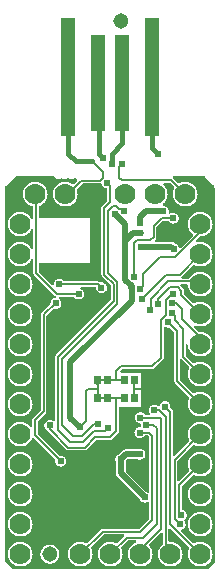
<source format=gbl>
G04 Layer: BottomLayer*
G04 EasyEDA v6.3.22, 2020-03-24T16:05:03+09:00*
G04 334177c2c5fb4733a61f24cf9fce308a,67344a67363949849f01d11c0c7cf016,10*
G04 Gerber Generator version 0.2*
G04 Scale: 100 percent, Rotated: No, Reflected: No *
G04 Dimensions in inches *
G04 leading zeros omitted , absolute positions ,2 integer and 4 decimal *
%FSLAX24Y24*%
%MOIN*%
G90*
G70D02*

%ADD12C,0.006000*%
%ADD13C,0.010000*%
%ADD14C,0.020000*%
%ADD16C,0.024000*%
%ADD26C,0.051400*%
%ADD27C,0.070000*%
%ADD28C,0.015000*%
%ADD29R,0.047244X0.393701*%
%ADD30R,0.047244X0.320000*%

%LPD*%
G36*
G01X1629Y13097D02*
G01X1617Y13099D01*
G01X366Y13098D01*
G01X360Y13098D01*
G01X354Y13097D01*
G01X348Y13094D01*
G01X343Y13091D01*
G01X338Y13087D01*
G01X12Y12761D01*
G01X8Y12756D01*
G01X5Y12751D01*
G01X2Y12745D01*
G01X1Y12739D01*
G01X1Y260D01*
G01X2Y254D01*
G01X5Y248D01*
G01X8Y243D01*
G01X12Y238D01*
G01X238Y12D01*
G01X243Y8D01*
G01X248Y5D01*
G01X254Y2D01*
G01X260Y1D01*
G01X6739Y1D01*
G01X6745Y2D01*
G01X6751Y5D01*
G01X6756Y8D01*
G01X6761Y12D01*
G01X6987Y238D01*
G01X6991Y243D01*
G01X6994Y248D01*
G01X6997Y254D01*
G01X6999Y266D01*
G01X6999Y12604D01*
G01X6997Y12614D01*
G01X6951Y12789D01*
G01X6949Y12795D01*
G01X6941Y12807D01*
G01X6661Y13087D01*
G01X6656Y13091D01*
G01X6651Y13094D01*
G01X6645Y13097D01*
G01X6639Y13098D01*
G01X5620Y13098D01*
G01X5614Y13097D01*
G01X5609Y13095D01*
G01X5599Y13089D01*
G01X5595Y13085D01*
G01X5589Y13075D01*
G01X5587Y13070D01*
G01X5585Y13058D01*
G01X5586Y13053D01*
G01X5587Y13047D01*
G01X5589Y13042D01*
G01X5595Y13032D01*
G01X5599Y13028D01*
G01X5604Y13024D01*
G01X5763Y12865D01*
G01X5775Y12859D01*
G01X5787Y12857D01*
G01X5793Y12858D01*
G01X5800Y12859D01*
G01X5822Y12870D01*
G01X5839Y12878D01*
G01X5856Y12885D01*
G01X5873Y12891D01*
G01X5891Y12896D01*
G01X5927Y12904D01*
G01X5945Y12907D01*
G01X5963Y12909D01*
G01X5981Y12910D01*
G01X6000Y12911D01*
G01X6036Y12909D01*
G01X6055Y12907D01*
G01X6073Y12904D01*
G01X6109Y12896D01*
G01X6127Y12890D01*
G01X6144Y12884D01*
G01X6178Y12870D01*
G01X6226Y12843D01*
G01X6256Y12821D01*
G01X6284Y12797D01*
G01X6297Y12784D01*
G01X6321Y12756D01*
G01X6343Y12726D01*
G01X6370Y12678D01*
G01X6384Y12644D01*
G01X6390Y12627D01*
G01X6396Y12609D01*
G01X6404Y12573D01*
G01X6407Y12555D01*
G01X6409Y12536D01*
G01X6411Y12500D01*
G01X6410Y12481D01*
G01X6409Y12463D01*
G01X6407Y12444D01*
G01X6404Y12426D01*
G01X6396Y12390D01*
G01X6390Y12372D01*
G01X6384Y12355D01*
G01X6370Y12321D01*
G01X6343Y12273D01*
G01X6321Y12243D01*
G01X6297Y12215D01*
G01X6284Y12202D01*
G01X6256Y12178D01*
G01X6226Y12156D01*
G01X6178Y12129D01*
G01X6144Y12115D01*
G01X6127Y12109D01*
G01X6109Y12103D01*
G01X6073Y12095D01*
G01X6055Y12092D01*
G01X6036Y12090D01*
G01X6000Y12088D01*
G01X5981Y12089D01*
G01X5963Y12090D01*
G01X5944Y12092D01*
G01X5926Y12095D01*
G01X5890Y12103D01*
G01X5872Y12109D01*
G01X5855Y12115D01*
G01X5821Y12129D01*
G01X5773Y12156D01*
G01X5743Y12178D01*
G01X5715Y12202D01*
G01X5702Y12215D01*
G01X5678Y12243D01*
G01X5656Y12273D01*
G01X5629Y12321D01*
G01X5615Y12355D01*
G01X5609Y12372D01*
G01X5603Y12390D01*
G01X5595Y12426D01*
G01X5592Y12444D01*
G01X5590Y12463D01*
G01X5588Y12499D01*
G01X5589Y12518D01*
G01X5590Y12536D01*
G01X5592Y12554D01*
G01X5595Y12572D01*
G01X5603Y12608D01*
G01X5608Y12626D01*
G01X5614Y12643D01*
G01X5621Y12660D01*
G01X5629Y12677D01*
G01X5640Y12699D01*
G01X5641Y12706D01*
G01X5642Y12712D01*
G01X5640Y12724D01*
G01X5634Y12736D01*
G01X5630Y12740D01*
G01X5514Y12857D01*
G01X5509Y12861D01*
G01X5503Y12864D01*
G01X5498Y12867D01*
G01X5491Y12868D01*
G01X5485Y12869D01*
G01X5308Y12869D01*
G01X5302Y12868D01*
G01X5297Y12867D01*
G01X5291Y12865D01*
G01X5286Y12862D01*
G01X5282Y12859D01*
G01X5278Y12855D01*
G01X5274Y12850D01*
G01X5270Y12840D01*
G01X5268Y12834D01*
G01X5268Y12828D01*
G01X5270Y12816D01*
G01X5276Y12804D01*
G01X5307Y12773D01*
G01X5319Y12758D01*
G01X5330Y12744D01*
G01X5341Y12728D01*
G01X5351Y12713D01*
G01X5360Y12696D01*
G01X5369Y12680D01*
G01X5377Y12663D01*
G01X5384Y12646D01*
G01X5390Y12628D01*
G01X5400Y12592D01*
G01X5404Y12574D01*
G01X5407Y12555D01*
G01X5409Y12537D01*
G01X5410Y12518D01*
G01X5410Y12481D01*
G01X5409Y12463D01*
G01X5407Y12445D01*
G01X5404Y12427D01*
G01X5396Y12391D01*
G01X5391Y12374D01*
G01X5385Y12357D01*
G01X5371Y12323D01*
G01X5363Y12307D01*
G01X5354Y12291D01*
G01X5344Y12276D01*
G01X5334Y12260D01*
G01X5323Y12246D01*
G01X5299Y12218D01*
G01X5286Y12205D01*
G01X5273Y12193D01*
G01X5259Y12181D01*
G01X5255Y12177D01*
G01X5251Y12172D01*
G01X5248Y12167D01*
G01X5246Y12162D01*
G01X5245Y12156D01*
G01X5245Y12144D01*
G01X5246Y12138D01*
G01X5249Y12133D01*
G01X5252Y12127D01*
G01X5255Y12123D01*
G01X5265Y12115D01*
G01X5270Y12113D01*
G01X5276Y12111D01*
G01X5282Y12110D01*
G01X5294Y12109D01*
G01X5306Y12107D01*
G01X5318Y12104D01*
G01X5342Y12096D01*
G01X5364Y12084D01*
G01X5384Y12070D01*
G01X5393Y12062D01*
G01X5402Y12053D01*
G01X5410Y12044D01*
G01X5424Y12024D01*
G01X5436Y12002D01*
G01X5444Y11978D01*
G01X5447Y11966D01*
G01X5449Y11954D01*
G01X5451Y11930D01*
G01X5450Y11913D01*
G01X5448Y11897D01*
G01X5447Y11890D01*
G01X5447Y11884D01*
G01X5448Y11878D01*
G01X5450Y11873D01*
G01X5453Y11868D01*
G01X5457Y11863D01*
G01X5461Y11859D01*
G01X5465Y11856D01*
G01X5470Y11853D01*
G01X5476Y11851D01*
G01X5481Y11850D01*
G01X5494Y11850D01*
G01X5501Y11852D01*
G01X5507Y11855D01*
G01X5518Y11861D01*
G01X5529Y11866D01*
G01X5540Y11870D01*
G01X5552Y11874D01*
G01X5563Y11877D01*
G01X5575Y11879D01*
G01X5587Y11880D01*
G01X5612Y11880D01*
G01X5624Y11879D01*
G01X5636Y11877D01*
G01X5648Y11874D01*
G01X5672Y11866D01*
G01X5694Y11854D01*
G01X5714Y11840D01*
G01X5723Y11832D01*
G01X5732Y11823D01*
G01X5740Y11814D01*
G01X5754Y11794D01*
G01X5766Y11772D01*
G01X5774Y11748D01*
G01X5777Y11736D01*
G01X5779Y11724D01*
G01X5780Y11712D01*
G01X5780Y11687D01*
G01X5779Y11675D01*
G01X5777Y11663D01*
G01X5774Y11651D01*
G01X5766Y11627D01*
G01X5754Y11605D01*
G01X5740Y11585D01*
G01X5732Y11576D01*
G01X5723Y11567D01*
G01X5714Y11559D01*
G01X5694Y11545D01*
G01X5672Y11533D01*
G01X5648Y11525D01*
G01X5636Y11522D01*
G01X5624Y11520D01*
G01X5612Y11519D01*
G01X5587Y11519D01*
G01X5575Y11520D01*
G01X5563Y11522D01*
G01X5552Y11525D01*
G01X5540Y11529D01*
G01X5529Y11533D01*
G01X5518Y11538D01*
G01X5507Y11544D01*
G01X5497Y11550D01*
G01X5487Y11557D01*
G01X5478Y11565D01*
G01X5469Y11574D01*
G01X5461Y11583D01*
G01X5454Y11592D01*
G01X5450Y11597D01*
G01X5445Y11601D01*
G01X5440Y11604D01*
G01X5434Y11607D01*
G01X5422Y11609D01*
G01X5264Y11609D01*
G01X5258Y11608D01*
G01X5251Y11607D01*
G01X5246Y11604D01*
G01X5240Y11601D01*
G01X5235Y11597D01*
G01X5052Y11414D01*
G01X5048Y11409D01*
G01X5045Y11403D01*
G01X5042Y11398D01*
G01X5041Y11391D01*
G01X5041Y11070D01*
G01X5039Y11052D01*
G01X5037Y11043D01*
G01X5034Y11035D01*
G01X5030Y11027D01*
G01X5025Y11019D01*
G01X5020Y11012D01*
G01X5014Y11005D01*
G01X4987Y10979D01*
G01X4983Y10974D01*
G01X4980Y10969D01*
G01X4976Y10957D01*
G01X4976Y10945D01*
G01X4977Y10939D01*
G01X4979Y10934D01*
G01X4982Y10929D01*
G01X4986Y10924D01*
G01X4990Y10920D01*
G01X4994Y10917D01*
G01X4999Y10914D01*
G01X5004Y10912D01*
G01X5010Y10911D01*
G01X5539Y10911D01*
G01X5551Y10910D01*
G01X5562Y10909D01*
G01X5574Y10907D01*
G01X5585Y10904D01*
G01X5596Y10900D01*
G01X5606Y10896D01*
G01X5617Y10891D01*
G01X5627Y10885D01*
G01X5645Y10871D01*
G01X5668Y10848D01*
G01X5673Y10845D01*
G01X5677Y10841D01*
G01X5683Y10839D01*
G01X5705Y10829D01*
G01X5715Y10823D01*
G01X5726Y10816D01*
G01X5735Y10809D01*
G01X5744Y10801D01*
G01X5753Y10792D01*
G01X5761Y10783D01*
G01X5775Y10763D01*
G01X5781Y10752D01*
G01X5786Y10741D01*
G01X5790Y10730D01*
G01X5793Y10724D01*
G01X5796Y10719D01*
G01X5800Y10714D01*
G01X5805Y10710D01*
G01X5810Y10707D01*
G01X5816Y10705D01*
G01X5828Y10703D01*
G01X5840Y10705D01*
G01X5846Y10707D01*
G01X5856Y10715D01*
G01X6254Y11113D01*
G01X6258Y11118D01*
G01X6261Y11123D01*
G01X6264Y11129D01*
G01X6266Y11141D01*
G01X6264Y11153D01*
G01X6262Y11159D01*
G01X6259Y11164D01*
G01X6255Y11169D01*
G01X6235Y11185D01*
G01X6221Y11197D01*
G01X6208Y11210D01*
G01X6182Y11238D01*
G01X6160Y11268D01*
G01X6149Y11284D01*
G01X6140Y11301D01*
G01X6131Y11317D01*
G01X6123Y11334D01*
G01X6116Y11352D01*
G01X6104Y11388D01*
G01X6099Y11406D01*
G01X6095Y11424D01*
G01X6092Y11443D01*
G01X6090Y11462D01*
G01X6088Y11500D01*
G01X6090Y11536D01*
G01X6092Y11555D01*
G01X6095Y11573D01*
G01X6103Y11609D01*
G01X6109Y11627D01*
G01X6115Y11644D01*
G01X6129Y11678D01*
G01X6156Y11726D01*
G01X6178Y11756D01*
G01X6202Y11784D01*
G01X6215Y11797D01*
G01X6243Y11821D01*
G01X6273Y11843D01*
G01X6321Y11870D01*
G01X6355Y11884D01*
G01X6372Y11890D01*
G01X6390Y11896D01*
G01X6426Y11904D01*
G01X6444Y11907D01*
G01X6463Y11909D01*
G01X6481Y11910D01*
G01X6500Y11911D01*
G01X6536Y11909D01*
G01X6555Y11907D01*
G01X6573Y11904D01*
G01X6609Y11896D01*
G01X6627Y11890D01*
G01X6644Y11884D01*
G01X6678Y11870D01*
G01X6726Y11843D01*
G01X6756Y11821D01*
G01X6784Y11797D01*
G01X6797Y11784D01*
G01X6821Y11756D01*
G01X6843Y11726D01*
G01X6870Y11678D01*
G01X6884Y11644D01*
G01X6890Y11627D01*
G01X6896Y11609D01*
G01X6904Y11573D01*
G01X6907Y11555D01*
G01X6909Y11536D01*
G01X6911Y11500D01*
G01X6910Y11481D01*
G01X6909Y11463D01*
G01X6907Y11445D01*
G01X6904Y11427D01*
G01X6896Y11391D01*
G01X6891Y11373D01*
G01X6885Y11356D01*
G01X6878Y11339D01*
G01X6870Y11322D01*
G01X6862Y11306D01*
G01X6853Y11290D01*
G01X6843Y11274D01*
G01X6833Y11259D01*
G01X6822Y11245D01*
G01X6810Y11230D01*
G01X6798Y11217D01*
G01X6772Y11191D01*
G01X6757Y11180D01*
G01X6743Y11168D01*
G01X6728Y11158D01*
G01X6712Y11148D01*
G01X6697Y11139D01*
G01X6680Y11130D01*
G01X6664Y11123D01*
G01X6647Y11116D01*
G01X6629Y11110D01*
G01X6612Y11104D01*
G01X6576Y11096D01*
G01X6558Y11093D01*
G01X6522Y11089D01*
G01X6503Y11089D01*
G01X6497Y11088D01*
G01X6485Y11084D01*
G01X6480Y11081D01*
G01X6475Y11077D01*
G01X6365Y10966D01*
G01X6357Y10956D01*
G01X6355Y10950D01*
G01X6353Y10938D01*
G01X6353Y10932D01*
G01X6355Y10926D01*
G01X6359Y10916D01*
G01X6371Y10904D01*
G01X6376Y10901D01*
G01X6382Y10899D01*
G01X6387Y10898D01*
G01X6393Y10898D01*
G01X6402Y10899D01*
G01X6422Y10903D01*
G01X6460Y10909D01*
G01X6480Y10910D01*
G01X6518Y10910D01*
G01X6536Y10909D01*
G01X6555Y10907D01*
G01X6573Y10904D01*
G01X6609Y10896D01*
G01X6627Y10890D01*
G01X6644Y10884D01*
G01X6678Y10870D01*
G01X6726Y10843D01*
G01X6756Y10821D01*
G01X6784Y10797D01*
G01X6797Y10784D01*
G01X6821Y10756D01*
G01X6843Y10726D01*
G01X6870Y10678D01*
G01X6884Y10644D01*
G01X6890Y10627D01*
G01X6896Y10609D01*
G01X6904Y10573D01*
G01X6907Y10555D01*
G01X6909Y10536D01*
G01X6911Y10500D01*
G01X6910Y10481D01*
G01X6909Y10463D01*
G01X6907Y10444D01*
G01X6904Y10426D01*
G01X6896Y10390D01*
G01X6890Y10372D01*
G01X6884Y10355D01*
G01X6870Y10321D01*
G01X6843Y10273D01*
G01X6821Y10243D01*
G01X6797Y10215D01*
G01X6784Y10202D01*
G01X6756Y10178D01*
G01X6726Y10156D01*
G01X6678Y10129D01*
G01X6644Y10115D01*
G01X6627Y10109D01*
G01X6609Y10103D01*
G01X6573Y10095D01*
G01X6555Y10092D01*
G01X6536Y10090D01*
G01X6500Y10088D01*
G01X6481Y10089D01*
G01X6463Y10090D01*
G01X6445Y10092D01*
G01X6427Y10095D01*
G01X6391Y10103D01*
G01X6373Y10108D01*
G01X6356Y10114D01*
G01X6339Y10121D01*
G01X6322Y10129D01*
G01X6300Y10140D01*
G01X6293Y10141D01*
G01X6287Y10142D01*
G01X6275Y10140D01*
G01X6263Y10134D01*
G01X5884Y9755D01*
G01X5879Y9751D01*
G01X5875Y9747D01*
G01X5869Y9737D01*
G01X5867Y9732D01*
G01X5865Y9720D01*
G01X5866Y9715D01*
G01X5867Y9709D01*
G01X5869Y9704D01*
G01X5875Y9694D01*
G01X5879Y9690D01*
G01X5889Y9684D01*
G01X5894Y9682D01*
G01X5900Y9681D01*
G01X5905Y9680D01*
G01X6106Y9680D01*
G01X6118Y9682D01*
G01X6124Y9685D01*
G01X6134Y9691D01*
G01X6138Y9696D01*
G01X6141Y9701D01*
G01X6161Y9733D01*
G01X6172Y9748D01*
G01X6184Y9763D01*
G01X6210Y9791D01*
G01X6223Y9804D01*
G01X6253Y9828D01*
G01X6268Y9839D01*
G01X6300Y9859D01*
G01X6317Y9868D01*
G01X6334Y9876D01*
G01X6352Y9883D01*
G01X6369Y9889D01*
G01X6387Y9895D01*
G01X6406Y9900D01*
G01X6424Y9904D01*
G01X6443Y9907D01*
G01X6462Y9909D01*
G01X6500Y9911D01*
G01X6536Y9909D01*
G01X6555Y9907D01*
G01X6573Y9904D01*
G01X6609Y9896D01*
G01X6627Y9890D01*
G01X6644Y9884D01*
G01X6678Y9870D01*
G01X6726Y9843D01*
G01X6756Y9821D01*
G01X6784Y9797D01*
G01X6797Y9784D01*
G01X6821Y9756D01*
G01X6843Y9726D01*
G01X6870Y9678D01*
G01X6884Y9644D01*
G01X6890Y9627D01*
G01X6896Y9609D01*
G01X6904Y9573D01*
G01X6907Y9555D01*
G01X6909Y9536D01*
G01X6911Y9500D01*
G01X6910Y9481D01*
G01X6909Y9463D01*
G01X6907Y9444D01*
G01X6904Y9426D01*
G01X6896Y9390D01*
G01X6890Y9372D01*
G01X6884Y9355D01*
G01X6870Y9321D01*
G01X6843Y9273D01*
G01X6821Y9243D01*
G01X6797Y9215D01*
G01X6784Y9202D01*
G01X6756Y9178D01*
G01X6726Y9156D01*
G01X6678Y9129D01*
G01X6644Y9115D01*
G01X6627Y9109D01*
G01X6609Y9103D01*
G01X6573Y9095D01*
G01X6555Y9092D01*
G01X6536Y9090D01*
G01X6500Y9088D01*
G01X6481Y9089D01*
G01X6463Y9090D01*
G01X6444Y9092D01*
G01X6426Y9095D01*
G01X6390Y9103D01*
G01X6373Y9109D01*
G01X6355Y9115D01*
G01X6321Y9129D01*
G01X6305Y9137D01*
G01X6289Y9147D01*
G01X6273Y9156D01*
G01X6243Y9178D01*
G01X6229Y9190D01*
G01X6216Y9202D01*
G01X6203Y9215D01*
G01X6190Y9229D01*
G01X6178Y9243D01*
G01X6167Y9258D01*
G01X6147Y9288D01*
G01X6138Y9304D01*
G01X6129Y9321D01*
G01X6115Y9355D01*
G01X6109Y9372D01*
G01X6103Y9390D01*
G01X6095Y9426D01*
G01X6092Y9444D01*
G01X6090Y9462D01*
G01X6089Y9468D01*
G01X6087Y9474D01*
G01X6085Y9479D01*
G01X6081Y9484D01*
G01X6073Y9492D01*
G01X6068Y9495D01*
G01X6062Y9497D01*
G01X6056Y9498D01*
G01X5870Y9498D01*
G01X5865Y9497D01*
G01X5859Y9495D01*
G01X5854Y9492D01*
G01X5850Y9489D01*
G01X5846Y9485D01*
G01X5842Y9480D01*
G01X5839Y9475D01*
G01X5837Y9470D01*
G01X5836Y9464D01*
G01X5836Y9452D01*
G01X5840Y9440D01*
G01X5843Y9435D01*
G01X5847Y9430D01*
G01X5934Y9344D01*
G01X5940Y9337D01*
G01X5945Y9330D01*
G01X5950Y9322D01*
G01X5954Y9314D01*
G01X5957Y9306D01*
G01X5959Y9297D01*
G01X5960Y9288D01*
G01X5961Y9280D01*
G01X5961Y9178D01*
G01X5962Y9171D01*
G01X5965Y9166D01*
G01X5968Y9160D01*
G01X5972Y9155D01*
G01X6259Y8869D01*
G01X6263Y8865D01*
G01X6275Y8859D01*
G01X6287Y8857D01*
G01X6293Y8858D01*
G01X6300Y8859D01*
G01X6322Y8870D01*
G01X6339Y8878D01*
G01X6356Y8885D01*
G01X6373Y8891D01*
G01X6391Y8896D01*
G01X6427Y8904D01*
G01X6445Y8907D01*
G01X6463Y8909D01*
G01X6481Y8910D01*
G01X6500Y8911D01*
G01X6536Y8909D01*
G01X6555Y8907D01*
G01X6573Y8904D01*
G01X6609Y8896D01*
G01X6627Y8890D01*
G01X6644Y8884D01*
G01X6678Y8870D01*
G01X6726Y8843D01*
G01X6756Y8821D01*
G01X6784Y8797D01*
G01X6797Y8784D01*
G01X6821Y8756D01*
G01X6843Y8726D01*
G01X6870Y8678D01*
G01X6884Y8644D01*
G01X6890Y8627D01*
G01X6896Y8609D01*
G01X6904Y8573D01*
G01X6907Y8555D01*
G01X6909Y8536D01*
G01X6911Y8500D01*
G01X6910Y8481D01*
G01X6909Y8463D01*
G01X6907Y8444D01*
G01X6904Y8426D01*
G01X6896Y8390D01*
G01X6890Y8372D01*
G01X6884Y8355D01*
G01X6870Y8321D01*
G01X6843Y8273D01*
G01X6821Y8243D01*
G01X6797Y8215D01*
G01X6784Y8202D01*
G01X6756Y8178D01*
G01X6726Y8156D01*
G01X6678Y8129D01*
G01X6644Y8115D01*
G01X6627Y8109D01*
G01X6609Y8103D01*
G01X6573Y8095D01*
G01X6555Y8092D01*
G01X6536Y8090D01*
G01X6500Y8088D01*
G01X6480Y8089D01*
G01X6461Y8090D01*
G01X6423Y8096D01*
G01X6404Y8100D01*
G01X6386Y8105D01*
G01X6367Y8110D01*
G01X6349Y8117D01*
G01X6342Y8119D01*
G01X6334Y8120D01*
G01X6329Y8119D01*
G01X6323Y8118D01*
G01X6318Y8116D01*
G01X6308Y8110D01*
G01X6304Y8106D01*
G01X6298Y8096D01*
G01X6296Y8091D01*
G01X6295Y8085D01*
G01X6294Y8080D01*
G01X6295Y8074D01*
G01X6296Y8067D01*
G01X6299Y8062D01*
G01X6302Y8056D01*
G01X6306Y8051D01*
G01X6437Y7921D01*
G01X6442Y7917D01*
G01X6447Y7914D01*
G01X6453Y7911D01*
G01X6465Y7909D01*
G01X6468Y7909D01*
G01X6500Y7911D01*
G01X6536Y7909D01*
G01X6555Y7907D01*
G01X6573Y7904D01*
G01X6609Y7896D01*
G01X6627Y7890D01*
G01X6644Y7884D01*
G01X6678Y7870D01*
G01X6726Y7843D01*
G01X6756Y7821D01*
G01X6784Y7797D01*
G01X6797Y7784D01*
G01X6821Y7756D01*
G01X6843Y7726D01*
G01X6870Y7678D01*
G01X6884Y7644D01*
G01X6890Y7627D01*
G01X6896Y7609D01*
G01X6904Y7573D01*
G01X6907Y7555D01*
G01X6909Y7536D01*
G01X6911Y7500D01*
G01X6910Y7481D01*
G01X6909Y7463D01*
G01X6907Y7444D01*
G01X6904Y7426D01*
G01X6896Y7390D01*
G01X6890Y7372D01*
G01X6884Y7355D01*
G01X6870Y7321D01*
G01X6843Y7273D01*
G01X6821Y7243D01*
G01X6797Y7215D01*
G01X6784Y7202D01*
G01X6756Y7178D01*
G01X6726Y7156D01*
G01X6678Y7129D01*
G01X6644Y7115D01*
G01X6627Y7109D01*
G01X6609Y7103D01*
G01X6573Y7095D01*
G01X6555Y7092D01*
G01X6536Y7090D01*
G01X6500Y7088D01*
G01X6481Y7089D01*
G01X6463Y7090D01*
G01X6444Y7092D01*
G01X6426Y7095D01*
G01X6390Y7103D01*
G01X6373Y7108D01*
G01X6356Y7115D01*
G01X6338Y7121D01*
G01X6322Y7129D01*
G01X6305Y7137D01*
G01X6289Y7146D01*
G01X6274Y7156D01*
G01X6244Y7178D01*
G01X6230Y7189D01*
G01X6216Y7202D01*
G01X6203Y7215D01*
G01X6191Y7228D01*
G01X6179Y7242D01*
G01X6157Y7272D01*
G01X6147Y7288D01*
G01X6138Y7304D01*
G01X6130Y7320D01*
G01X6122Y7337D01*
G01X6115Y7354D01*
G01X6109Y7371D01*
G01X6104Y7389D01*
G01X6099Y7406D01*
G01X6095Y7424D01*
G01X6092Y7443D01*
G01X6090Y7461D01*
G01X6089Y7467D01*
G01X6088Y7472D01*
G01X6085Y7478D01*
G01X6081Y7482D01*
G01X6077Y7487D01*
G01X6073Y7490D01*
G01X6068Y7493D01*
G01X6056Y7497D01*
G01X6045Y7497D01*
G01X6039Y7495D01*
G01X6029Y7491D01*
G01X6024Y7487D01*
G01X6020Y7483D01*
G01X6017Y7479D01*
G01X6014Y7474D01*
G01X6012Y7468D01*
G01X6011Y7463D01*
G01X6010Y7457D01*
G01X6011Y7134D01*
G01X6011Y7128D01*
G01X6012Y7121D01*
G01X6015Y7116D01*
G01X6018Y7110D01*
G01X6022Y7105D01*
G01X6259Y6869D01*
G01X6263Y6865D01*
G01X6275Y6859D01*
G01X6287Y6857D01*
G01X6293Y6858D01*
G01X6300Y6859D01*
G01X6322Y6870D01*
G01X6339Y6878D01*
G01X6356Y6885D01*
G01X6373Y6891D01*
G01X6391Y6896D01*
G01X6427Y6904D01*
G01X6445Y6907D01*
G01X6463Y6909D01*
G01X6481Y6910D01*
G01X6500Y6911D01*
G01X6536Y6909D01*
G01X6555Y6907D01*
G01X6573Y6904D01*
G01X6609Y6896D01*
G01X6627Y6890D01*
G01X6644Y6884D01*
G01X6678Y6870D01*
G01X6726Y6843D01*
G01X6756Y6821D01*
G01X6784Y6797D01*
G01X6797Y6784D01*
G01X6821Y6756D01*
G01X6843Y6726D01*
G01X6870Y6678D01*
G01X6884Y6644D01*
G01X6890Y6627D01*
G01X6896Y6609D01*
G01X6904Y6573D01*
G01X6907Y6555D01*
G01X6909Y6536D01*
G01X6911Y6500D01*
G01X6910Y6481D01*
G01X6909Y6463D01*
G01X6907Y6444D01*
G01X6904Y6426D01*
G01X6896Y6390D01*
G01X6890Y6372D01*
G01X6884Y6355D01*
G01X6870Y6321D01*
G01X6843Y6273D01*
G01X6821Y6243D01*
G01X6797Y6215D01*
G01X6784Y6202D01*
G01X6756Y6178D01*
G01X6726Y6156D01*
G01X6678Y6129D01*
G01X6644Y6115D01*
G01X6627Y6109D01*
G01X6609Y6103D01*
G01X6573Y6095D01*
G01X6555Y6092D01*
G01X6536Y6090D01*
G01X6500Y6088D01*
G01X6481Y6089D01*
G01X6463Y6090D01*
G01X6444Y6092D01*
G01X6426Y6095D01*
G01X6390Y6103D01*
G01X6372Y6109D01*
G01X6355Y6115D01*
G01X6321Y6129D01*
G01X6273Y6156D01*
G01X6243Y6178D01*
G01X6215Y6202D01*
G01X6202Y6215D01*
G01X6178Y6243D01*
G01X6156Y6273D01*
G01X6129Y6321D01*
G01X6115Y6355D01*
G01X6109Y6372D01*
G01X6103Y6390D01*
G01X6095Y6426D01*
G01X6092Y6444D01*
G01X6090Y6463D01*
G01X6088Y6499D01*
G01X6089Y6518D01*
G01X6090Y6536D01*
G01X6092Y6554D01*
G01X6095Y6572D01*
G01X6103Y6608D01*
G01X6108Y6626D01*
G01X6114Y6643D01*
G01X6121Y6660D01*
G01X6129Y6677D01*
G01X6140Y6699D01*
G01X6141Y6706D01*
G01X6142Y6712D01*
G01X6140Y6724D01*
G01X6134Y6736D01*
G01X6130Y6740D01*
G01X5879Y6992D01*
G01X5874Y6996D01*
G01X5869Y6999D01*
G01X5857Y7003D01*
G01X5845Y7003D01*
G01X5839Y7002D01*
G01X5834Y7000D01*
G01X5829Y6997D01*
G01X5824Y6993D01*
G01X5820Y6989D01*
G01X5817Y6985D01*
G01X5814Y6980D01*
G01X5812Y6975D01*
G01X5810Y6963D01*
G01X5811Y6334D01*
G01X5811Y6328D01*
G01X5812Y6321D01*
G01X5815Y6316D01*
G01X5818Y6310D01*
G01X5822Y6305D01*
G01X6259Y5869D01*
G01X6263Y5865D01*
G01X6275Y5859D01*
G01X6287Y5857D01*
G01X6293Y5858D01*
G01X6300Y5859D01*
G01X6322Y5870D01*
G01X6339Y5878D01*
G01X6356Y5885D01*
G01X6373Y5891D01*
G01X6391Y5896D01*
G01X6427Y5904D01*
G01X6445Y5907D01*
G01X6463Y5909D01*
G01X6481Y5910D01*
G01X6500Y5911D01*
G01X6536Y5909D01*
G01X6555Y5907D01*
G01X6573Y5904D01*
G01X6609Y5896D01*
G01X6627Y5890D01*
G01X6644Y5884D01*
G01X6678Y5870D01*
G01X6726Y5843D01*
G01X6756Y5821D01*
G01X6784Y5797D01*
G01X6797Y5784D01*
G01X6821Y5756D01*
G01X6843Y5726D01*
G01X6870Y5678D01*
G01X6884Y5644D01*
G01X6890Y5627D01*
G01X6896Y5609D01*
G01X6904Y5573D01*
G01X6907Y5555D01*
G01X6909Y5536D01*
G01X6911Y5500D01*
G01X6910Y5481D01*
G01X6909Y5463D01*
G01X6907Y5444D01*
G01X6904Y5426D01*
G01X6896Y5390D01*
G01X6890Y5372D01*
G01X6887Y5364D01*
G01X6881Y5346D01*
G01X6877Y5338D01*
G01X6873Y5329D01*
G01X6870Y5321D01*
G01X6865Y5313D01*
G01X6861Y5305D01*
G01X6857Y5296D01*
G01X6852Y5288D01*
G01X6847Y5281D01*
G01X6837Y5265D01*
G01X6832Y5258D01*
G01X6826Y5250D01*
G01X6821Y5243D01*
G01X6803Y5222D01*
G01X6777Y5196D01*
G01X6756Y5178D01*
G01X6748Y5172D01*
G01X6741Y5167D01*
G01X6733Y5162D01*
G01X6726Y5156D01*
G01X6718Y5151D01*
G01X6710Y5147D01*
G01X6702Y5142D01*
G01X6694Y5138D01*
G01X6686Y5133D01*
G01X6678Y5129D01*
G01X6669Y5125D01*
G01X6661Y5122D01*
G01X6652Y5118D01*
G01X6644Y5115D01*
G01X6617Y5106D01*
G01X6609Y5103D01*
G01X6599Y5101D01*
G01X6591Y5099D01*
G01X6581Y5097D01*
G01X6573Y5095D01*
G01X6563Y5093D01*
G01X6555Y5092D01*
G01X6544Y5091D01*
G01X6536Y5090D01*
G01X6524Y5089D01*
G01X6518Y5089D01*
G01X6500Y5088D01*
G01X6481Y5089D01*
G01X6475Y5089D01*
G01X6463Y5090D01*
G01X6455Y5091D01*
G01X6444Y5092D01*
G01X6436Y5093D01*
G01X6426Y5095D01*
G01X6418Y5097D01*
G01X6408Y5099D01*
G01X6400Y5101D01*
G01X6390Y5103D01*
G01X6382Y5106D01*
G01X6355Y5115D01*
G01X6347Y5118D01*
G01X6338Y5122D01*
G01X6330Y5125D01*
G01X6321Y5129D01*
G01X6313Y5133D01*
G01X6305Y5138D01*
G01X6297Y5142D01*
G01X6289Y5147D01*
G01X6281Y5151D01*
G01X6273Y5156D01*
G01X6266Y5162D01*
G01X6258Y5167D01*
G01X6251Y5172D01*
G01X6243Y5178D01*
G01X6222Y5196D01*
G01X6196Y5222D01*
G01X6178Y5243D01*
G01X6173Y5250D01*
G01X6167Y5258D01*
G01X6162Y5265D01*
G01X6152Y5281D01*
G01X6147Y5288D01*
G01X6142Y5296D01*
G01X6138Y5305D01*
G01X6134Y5313D01*
G01X6129Y5321D01*
G01X6126Y5329D01*
G01X6122Y5338D01*
G01X6118Y5346D01*
G01X6112Y5364D01*
G01X6109Y5372D01*
G01X6103Y5390D01*
G01X6095Y5426D01*
G01X6092Y5444D01*
G01X6090Y5463D01*
G01X6088Y5499D01*
G01X6089Y5518D01*
G01X6090Y5536D01*
G01X6092Y5554D01*
G01X6095Y5572D01*
G01X6103Y5608D01*
G01X6108Y5626D01*
G01X6114Y5643D01*
G01X6121Y5660D01*
G01X6129Y5677D01*
G01X6140Y5699D01*
G01X6141Y5706D01*
G01X6142Y5712D01*
G01X6140Y5724D01*
G01X6134Y5736D01*
G01X5655Y6215D01*
G01X5649Y6222D01*
G01X5644Y6229D01*
G01X5639Y6237D01*
G01X5635Y6245D01*
G01X5632Y6253D01*
G01X5630Y6262D01*
G01X5629Y6271D01*
G01X5628Y6279D01*
G01X5628Y7891D01*
G01X5627Y7898D01*
G01X5624Y7903D01*
G01X5621Y7909D01*
G01X5617Y7914D01*
G01X5491Y8039D01*
G01X5481Y8047D01*
G01X5469Y8051D01*
G01X5457Y8051D01*
G01X5443Y8049D01*
G01X5430Y8048D01*
G01X5416Y8049D01*
G01X5403Y8050D01*
G01X5377Y8056D01*
G01X5364Y8061D01*
G01X5352Y8066D01*
G01X5334Y8075D01*
G01X5327Y8077D01*
G01X5315Y8077D01*
G01X5309Y8076D01*
G01X5304Y8074D01*
G01X5299Y8071D01*
G01X5294Y8067D01*
G01X5290Y8063D01*
G01X5287Y8059D01*
G01X5284Y8054D01*
G01X5282Y8049D01*
G01X5280Y8037D01*
G01X5280Y7041D01*
G01X5279Y7032D01*
G01X5277Y7023D01*
G01X5274Y7015D01*
G01X5270Y7007D01*
G01X5265Y6999D01*
G01X5260Y6992D01*
G01X5254Y6985D01*
G01X4974Y6705D01*
G01X4967Y6699D01*
G01X4960Y6694D01*
G01X4952Y6689D01*
G01X4944Y6685D01*
G01X4936Y6682D01*
G01X4927Y6680D01*
G01X4909Y6678D01*
G01X3918Y6678D01*
G01X3911Y6677D01*
G01X3906Y6674D01*
G01X3900Y6671D01*
G01X3895Y6667D01*
G01X3846Y6618D01*
G01X3842Y6613D01*
G01X3839Y6608D01*
G01X3835Y6596D01*
G01X3835Y6584D01*
G01X3836Y6578D01*
G01X3838Y6573D01*
G01X3841Y6568D01*
G01X3845Y6563D01*
G01X3849Y6559D01*
G01X3853Y6556D01*
G01X3858Y6553D01*
G01X3863Y6551D01*
G01X3875Y6549D01*
G01X4540Y6550D01*
G01X4539Y5400D01*
G01X3819Y5400D01*
G01X3814Y5399D01*
G01X3808Y5398D01*
G01X3803Y5396D01*
G01X3793Y5390D01*
G01X3789Y5386D01*
G01X3783Y5376D01*
G01X3781Y5371D01*
G01X3780Y5365D01*
G01X3779Y5360D01*
G01X3779Y4580D01*
G01X3778Y4571D01*
G01X3776Y4562D01*
G01X3773Y4554D01*
G01X3769Y4546D01*
G01X3764Y4538D01*
G01X3759Y4531D01*
G01X3753Y4524D01*
G01X3564Y4335D01*
G01X3557Y4329D01*
G01X3550Y4324D01*
G01X3542Y4319D01*
G01X3534Y4315D01*
G01X3526Y4312D01*
G01X3517Y4310D01*
G01X3508Y4309D01*
G01X3054Y4309D01*
G01X3048Y4308D01*
G01X3041Y4307D01*
G01X3036Y4304D01*
G01X3030Y4301D01*
G01X3025Y4297D01*
G01X2714Y3985D01*
G01X2707Y3979D01*
G01X2700Y3974D01*
G01X2692Y3969D01*
G01X2684Y3965D01*
G01X2676Y3962D01*
G01X2667Y3960D01*
G01X2658Y3959D01*
G01X2091Y3959D01*
G01X2082Y3960D01*
G01X2073Y3962D01*
G01X2065Y3965D01*
G01X2057Y3969D01*
G01X2049Y3974D01*
G01X2042Y3979D01*
G01X2035Y3985D01*
G01X1415Y4605D01*
G01X1403Y4619D01*
G01X1400Y4624D01*
G01X1395Y4629D01*
G01X1390Y4632D01*
G01X1379Y4639D01*
G01X1369Y4646D01*
G01X1359Y4654D01*
G01X1350Y4663D01*
G01X1341Y4673D01*
G01X1333Y4683D01*
G01X1326Y4693D01*
G01X1320Y4704D01*
G01X1314Y4716D01*
G01X1310Y4727D01*
G01X1306Y4739D01*
G01X1302Y4752D01*
G01X1300Y4764D01*
G01X1299Y4777D01*
G01X1299Y4802D01*
G01X1300Y4814D01*
G01X1302Y4826D01*
G01X1305Y4838D01*
G01X1313Y4862D01*
G01X1325Y4884D01*
G01X1339Y4904D01*
G01X1347Y4913D01*
G01X1356Y4922D01*
G01X1365Y4930D01*
G01X1385Y4944D01*
G01X1407Y4956D01*
G01X1431Y4964D01*
G01X1443Y4967D01*
G01X1453Y4968D01*
G01X1462Y4970D01*
G01X1466Y4970D01*
G01X1480Y4971D01*
G01X1494Y4970D01*
G01X1499Y4969D01*
G01X1510Y4968D01*
G01X1516Y4967D01*
G01X1528Y4964D01*
G01X1540Y4960D01*
G01X1551Y4956D01*
G01X1584Y4938D01*
G01X1593Y4930D01*
G01X1599Y4926D01*
G01X1605Y4924D01*
G01X1612Y4922D01*
G01X1619Y4921D01*
G01X1624Y4922D01*
G01X1630Y4923D01*
G01X1635Y4925D01*
G01X1645Y4931D01*
G01X1649Y4935D01*
G01X1655Y4945D01*
G01X1657Y4950D01*
G01X1658Y4956D01*
G01X1659Y4961D01*
G01X1659Y7078D01*
G01X1660Y7087D01*
G01X1662Y7096D01*
G01X1665Y7104D01*
G01X1669Y7112D01*
G01X1674Y7120D01*
G01X1679Y7127D01*
G01X1685Y7134D01*
G01X3507Y8955D01*
G01X3511Y8960D01*
G01X3514Y8966D01*
G01X3517Y8971D01*
G01X3518Y8978D01*
G01X3519Y8984D01*
G01X3519Y9455D01*
G01X3518Y9461D01*
G01X3517Y9468D01*
G01X3514Y9473D01*
G01X3511Y9479D01*
G01X3507Y9484D01*
G01X3235Y9755D01*
G01X3229Y9762D01*
G01X3224Y9769D01*
G01X3219Y9777D01*
G01X3215Y9785D01*
G01X3212Y9793D01*
G01X3210Y9802D01*
G01X3209Y9811D01*
G01X3209Y12058D01*
G01X3210Y12067D01*
G01X3212Y12076D01*
G01X3215Y12084D01*
G01X3219Y12092D01*
G01X3224Y12100D01*
G01X3229Y12107D01*
G01X3235Y12114D01*
G01X3397Y12275D01*
G01X3401Y12280D01*
G01X3404Y12286D01*
G01X3407Y12291D01*
G01X3408Y12298D01*
G01X3409Y12304D01*
G01X3409Y12651D01*
G01X3408Y12656D01*
G01X3407Y12662D01*
G01X3405Y12667D01*
G01X3399Y12677D01*
G01X3395Y12681D01*
G01X3385Y12687D01*
G01X3380Y12689D01*
G01X3362Y12692D01*
G01X3350Y12695D01*
G01X3328Y12703D01*
G01X3317Y12708D01*
G01X3306Y12714D01*
G01X3286Y12728D01*
G01X3277Y12736D01*
G01X3269Y12744D01*
G01X3261Y12753D01*
G01X3253Y12763D01*
G01X3246Y12773D01*
G01X3240Y12783D01*
G01X3230Y12805D01*
G01X3226Y12817D01*
G01X3223Y12828D01*
G01X3221Y12834D01*
G01X3219Y12839D01*
G01X3211Y12849D01*
G01X3207Y12852D01*
G01X3202Y12855D01*
G01X3196Y12858D01*
G01X3190Y12859D01*
G01X2594Y12859D01*
G01X2587Y12858D01*
G01X2581Y12857D01*
G01X2576Y12854D01*
G01X2570Y12851D01*
G01X2565Y12847D01*
G01X2397Y12678D01*
G01X2392Y12673D01*
G01X2389Y12668D01*
G01X2385Y12656D01*
G01X2385Y12643D01*
G01X2387Y12636D01*
G01X2393Y12617D01*
G01X2403Y12579D01*
G01X2409Y12539D01*
G01X2410Y12519D01*
G01X2411Y12500D01*
G01X2410Y12481D01*
G01X2409Y12463D01*
G01X2407Y12444D01*
G01X2404Y12426D01*
G01X2396Y12390D01*
G01X2390Y12372D01*
G01X2384Y12355D01*
G01X2370Y12321D01*
G01X2343Y12273D01*
G01X2321Y12243D01*
G01X2297Y12215D01*
G01X2284Y12202D01*
G01X2256Y12178D01*
G01X2226Y12156D01*
G01X2178Y12129D01*
G01X2144Y12115D01*
G01X2127Y12109D01*
G01X2109Y12103D01*
G01X2073Y12095D01*
G01X2055Y12092D01*
G01X2036Y12090D01*
G01X2000Y12088D01*
G01X1981Y12089D01*
G01X1963Y12090D01*
G01X1944Y12092D01*
G01X1926Y12095D01*
G01X1890Y12103D01*
G01X1872Y12109D01*
G01X1855Y12115D01*
G01X1821Y12129D01*
G01X1773Y12156D01*
G01X1743Y12178D01*
G01X1715Y12202D01*
G01X1702Y12215D01*
G01X1678Y12243D01*
G01X1656Y12273D01*
G01X1629Y12321D01*
G01X1615Y12355D01*
G01X1609Y12372D01*
G01X1603Y12390D01*
G01X1595Y12426D01*
G01X1592Y12444D01*
G01X1590Y12463D01*
G01X1588Y12499D01*
G01X1589Y12518D01*
G01X1590Y12536D01*
G01X1592Y12554D01*
G01X1595Y12572D01*
G01X1603Y12608D01*
G01X1608Y12625D01*
G01X1614Y12642D01*
G01X1628Y12676D01*
G01X1636Y12692D01*
G01X1645Y12708D01*
G01X1655Y12723D01*
G01X1665Y12739D01*
G01X1676Y12753D01*
G01X1700Y12781D01*
G01X1713Y12794D01*
G01X1726Y12806D01*
G01X1740Y12818D01*
G01X1754Y12829D01*
G01X1769Y12840D01*
G01X1784Y12850D01*
G01X1800Y12859D01*
G01X1816Y12867D01*
G01X1833Y12875D01*
G01X1849Y12882D01*
G01X1866Y12888D01*
G01X1884Y12894D01*
G01X1901Y12899D01*
G01X1919Y12903D01*
G01X1937Y12906D01*
G01X1973Y12910D01*
G01X1980Y12911D01*
G01X1987Y12913D01*
G01X1993Y12916D01*
G01X1999Y12913D01*
G01X2005Y12911D01*
G01X2012Y12910D01*
G01X2031Y12909D01*
G01X2069Y12905D01*
G01X2088Y12901D01*
G01X2107Y12896D01*
G01X2125Y12891D01*
G01X2143Y12885D01*
G01X2161Y12878D01*
G01X2178Y12870D01*
G01X2195Y12861D01*
G01X2212Y12851D01*
G01X2228Y12841D01*
G01X2243Y12830D01*
G01X2255Y12824D01*
G01X2267Y12822D01*
G01X2273Y12823D01*
G01X2280Y12824D01*
G01X2285Y12827D01*
G01X2291Y12830D01*
G01X2399Y12938D01*
G01X2402Y12943D01*
G01X2406Y12955D01*
G01X2406Y12967D01*
G01X2405Y12973D01*
G01X2402Y12978D01*
G01X2400Y12984D01*
G01X2392Y12992D01*
G01X2387Y12996D01*
G01X2382Y12998D01*
G01X2372Y13003D01*
G01X2363Y13008D01*
G01X2355Y13014D01*
G01X2347Y13021D01*
G01X2342Y13025D01*
G01X2337Y13028D01*
G01X2331Y13030D01*
G01X2319Y13032D01*
G01X2314Y13031D01*
G01X2308Y13030D01*
G01X2302Y13028D01*
G01X2297Y13025D01*
G01X2292Y13021D01*
G01X2285Y13015D01*
G01X2276Y13009D01*
G01X2268Y13003D01*
G01X2259Y12999D01*
G01X2249Y12995D01*
G01X2240Y12992D01*
G01X2230Y12990D01*
G01X2220Y12989D01*
G01X2209Y12988D01*
G01X2189Y12990D01*
G01X2179Y12992D01*
G01X2170Y12995D01*
G01X2160Y12999D01*
G01X2151Y13003D01*
G01X2143Y13009D01*
G01X2134Y13015D01*
G01X2127Y13021D01*
G01X2122Y13025D01*
G01X2117Y13028D01*
G01X2111Y13030D01*
G01X2105Y13031D01*
G01X2100Y13032D01*
G01X2088Y13030D01*
G01X2082Y13028D01*
G01X2077Y13025D01*
G01X2072Y13021D01*
G01X2064Y13014D01*
G01X2056Y13008D01*
G01X2047Y13003D01*
G01X2037Y12998D01*
G01X2028Y12995D01*
G01X2018Y12992D01*
G01X2007Y12990D01*
G01X2002Y12989D01*
G01X1997Y12987D01*
G01X1992Y12984D01*
G01X1986Y12986D01*
G01X1981Y12988D01*
G01X1975Y12989D01*
G01X1965Y12991D01*
G01X1954Y12994D01*
G01X1934Y13002D01*
G01X1924Y13008D01*
G01X1915Y13014D01*
G01X1907Y13021D01*
G01X1902Y13025D01*
G01X1897Y13028D01*
G01X1891Y13030D01*
G01X1885Y13031D01*
G01X1880Y13032D01*
G01X1868Y13030D01*
G01X1862Y13028D01*
G01X1857Y13025D01*
G01X1852Y13021D01*
G01X1845Y13015D01*
G01X1836Y13009D01*
G01X1828Y13003D01*
G01X1819Y12999D01*
G01X1809Y12995D01*
G01X1800Y12992D01*
G01X1790Y12990D01*
G01X1770Y12988D01*
G01X1759Y12989D01*
G01X1749Y12990D01*
G01X1740Y12992D01*
G01X1730Y12995D01*
G01X1712Y13003D01*
G01X1703Y13008D01*
G01X1695Y13014D01*
G01X1687Y13021D01*
G01X1680Y13028D01*
G01X1668Y13044D01*
G01X1658Y13062D01*
G01X1655Y13071D01*
G01X1652Y13077D01*
G01X1649Y13082D01*
G01X1645Y13087D01*
G01X1640Y13091D01*
G01X1635Y13094D01*
G01X1629Y13097D01*
G37*

%LPC*%
G36*
G01X1036Y12909D02*
G01X1000Y12911D01*
G01X981Y12910D01*
G01X963Y12909D01*
G01X944Y12907D01*
G01X926Y12904D01*
G01X890Y12896D01*
G01X872Y12890D01*
G01X855Y12884D01*
G01X821Y12870D01*
G01X773Y12843D01*
G01X743Y12821D01*
G01X715Y12797D01*
G01X702Y12784D01*
G01X678Y12756D01*
G01X656Y12726D01*
G01X629Y12678D01*
G01X615Y12644D01*
G01X609Y12627D01*
G01X603Y12609D01*
G01X595Y12573D01*
G01X592Y12555D01*
G01X590Y12536D01*
G01X588Y12500D01*
G01X589Y12481D01*
G01X590Y12463D01*
G01X592Y12444D01*
G01X595Y12426D01*
G01X603Y12390D01*
G01X609Y12373D01*
G01X615Y12355D01*
G01X629Y12321D01*
G01X637Y12305D01*
G01X647Y12289D01*
G01X656Y12273D01*
G01X678Y12243D01*
G01X690Y12229D01*
G01X702Y12216D01*
G01X715Y12203D01*
G01X729Y12190D01*
G01X743Y12178D01*
G01X758Y12167D01*
G01X788Y12147D01*
G01X804Y12138D01*
G01X821Y12129D01*
G01X837Y12122D01*
G01X855Y12115D01*
G01X872Y12109D01*
G01X890Y12103D01*
G01X907Y12099D01*
G01X919Y12095D01*
G01X923Y12091D01*
G01X928Y12087D01*
G01X932Y12082D01*
G01X935Y12077D01*
G01X937Y12072D01*
G01X938Y12066D01*
G01X938Y11704D01*
G01X937Y11698D01*
G01X935Y11693D01*
G01X932Y11688D01*
G01X929Y11684D01*
G01X925Y11680D01*
G01X920Y11676D01*
G01X915Y11673D01*
G01X910Y11671D01*
G01X904Y11670D01*
G01X892Y11670D01*
G01X886Y11672D01*
G01X881Y11674D01*
G01X875Y11677D01*
G01X870Y11681D01*
G01X866Y11686D01*
G01X863Y11691D01*
G01X854Y11707D01*
G01X834Y11739D01*
G01X823Y11753D01*
G01X811Y11768D01*
G01X798Y11782D01*
G01X785Y11795D01*
G01X772Y11807D01*
G01X758Y11819D01*
G01X743Y11831D01*
G01X728Y11841D01*
G01X696Y11861D01*
G01X662Y11877D01*
G01X645Y11884D01*
G01X628Y11890D01*
G01X592Y11900D01*
G01X573Y11904D01*
G01X555Y11907D01*
G01X537Y11909D01*
G01X518Y11910D01*
G01X500Y11911D01*
G01X481Y11910D01*
G01X463Y11909D01*
G01X444Y11907D01*
G01X426Y11904D01*
G01X390Y11896D01*
G01X372Y11890D01*
G01X355Y11884D01*
G01X321Y11870D01*
G01X273Y11843D01*
G01X243Y11821D01*
G01X215Y11797D01*
G01X202Y11784D01*
G01X178Y11756D01*
G01X156Y11726D01*
G01X129Y11678D01*
G01X115Y11644D01*
G01X109Y11627D01*
G01X103Y11609D01*
G01X95Y11573D01*
G01X92Y11555D01*
G01X90Y11536D01*
G01X89Y11518D01*
G01X88Y11499D01*
G01X90Y11463D01*
G01X92Y11444D01*
G01X95Y11426D01*
G01X103Y11390D01*
G01X109Y11372D01*
G01X115Y11355D01*
G01X129Y11321D01*
G01X156Y11273D01*
G01X178Y11243D01*
G01X202Y11215D01*
G01X215Y11202D01*
G01X243Y11178D01*
G01X273Y11156D01*
G01X321Y11129D01*
G01X355Y11115D01*
G01X372Y11109D01*
G01X390Y11103D01*
G01X426Y11095D01*
G01X444Y11092D01*
G01X463Y11090D01*
G01X481Y11089D01*
G01X500Y11088D01*
G01X518Y11089D01*
G01X537Y11090D01*
G01X555Y11092D01*
G01X573Y11095D01*
G01X592Y11099D01*
G01X628Y11109D01*
G01X645Y11115D01*
G01X662Y11122D01*
G01X696Y11138D01*
G01X728Y11158D01*
G01X743Y11168D01*
G01X758Y11180D01*
G01X772Y11192D01*
G01X785Y11204D01*
G01X798Y11217D01*
G01X811Y11231D01*
G01X823Y11246D01*
G01X834Y11260D01*
G01X854Y11292D01*
G01X863Y11308D01*
G01X866Y11313D01*
G01X870Y11318D01*
G01X875Y11322D01*
G01X881Y11325D01*
G01X886Y11327D01*
G01X892Y11329D01*
G01X904Y11329D01*
G01X910Y11328D01*
G01X915Y11326D01*
G01X920Y11323D01*
G01X925Y11319D01*
G01X929Y11315D01*
G01X932Y11311D01*
G01X935Y11306D01*
G01X937Y11301D01*
G01X938Y11295D01*
G01X938Y10704D01*
G01X937Y10698D01*
G01X935Y10693D01*
G01X932Y10688D01*
G01X929Y10684D01*
G01X925Y10680D01*
G01X920Y10676D01*
G01X915Y10673D01*
G01X910Y10671D01*
G01X904Y10670D01*
G01X892Y10670D01*
G01X886Y10672D01*
G01X881Y10674D01*
G01X875Y10677D01*
G01X870Y10681D01*
G01X866Y10686D01*
G01X863Y10691D01*
G01X854Y10707D01*
G01X834Y10739D01*
G01X823Y10753D01*
G01X811Y10768D01*
G01X798Y10782D01*
G01X785Y10795D01*
G01X772Y10807D01*
G01X758Y10819D01*
G01X743Y10831D01*
G01X728Y10841D01*
G01X696Y10861D01*
G01X662Y10877D01*
G01X645Y10884D01*
G01X628Y10890D01*
G01X592Y10900D01*
G01X573Y10904D01*
G01X555Y10907D01*
G01X537Y10909D01*
G01X518Y10910D01*
G01X500Y10911D01*
G01X481Y10910D01*
G01X463Y10909D01*
G01X444Y10907D01*
G01X426Y10904D01*
G01X390Y10896D01*
G01X372Y10890D01*
G01X355Y10884D01*
G01X321Y10870D01*
G01X273Y10843D01*
G01X243Y10821D01*
G01X215Y10797D01*
G01X202Y10784D01*
G01X178Y10756D01*
G01X156Y10726D01*
G01X129Y10678D01*
G01X115Y10644D01*
G01X109Y10627D01*
G01X103Y10609D01*
G01X95Y10573D01*
G01X92Y10555D01*
G01X90Y10536D01*
G01X89Y10518D01*
G01X88Y10499D01*
G01X90Y10463D01*
G01X92Y10444D01*
G01X95Y10426D01*
G01X103Y10390D01*
G01X109Y10372D01*
G01X115Y10355D01*
G01X129Y10321D01*
G01X156Y10273D01*
G01X178Y10243D01*
G01X202Y10215D01*
G01X215Y10202D01*
G01X243Y10178D01*
G01X273Y10156D01*
G01X321Y10129D01*
G01X355Y10115D01*
G01X372Y10109D01*
G01X390Y10103D01*
G01X426Y10095D01*
G01X444Y10092D01*
G01X463Y10090D01*
G01X481Y10089D01*
G01X500Y10088D01*
G01X518Y10089D01*
G01X537Y10090D01*
G01X555Y10092D01*
G01X573Y10095D01*
G01X592Y10099D01*
G01X628Y10109D01*
G01X645Y10115D01*
G01X662Y10122D01*
G01X696Y10138D01*
G01X728Y10158D01*
G01X743Y10168D01*
G01X758Y10180D01*
G01X772Y10192D01*
G01X785Y10204D01*
G01X798Y10217D01*
G01X811Y10231D01*
G01X823Y10246D01*
G01X834Y10260D01*
G01X854Y10292D01*
G01X863Y10308D01*
G01X866Y10313D01*
G01X870Y10318D01*
G01X875Y10322D01*
G01X881Y10325D01*
G01X886Y10327D01*
G01X892Y10329D01*
G01X904Y10329D01*
G01X910Y10328D01*
G01X915Y10326D01*
G01X920Y10323D01*
G01X925Y10319D01*
G01X929Y10315D01*
G01X932Y10311D01*
G01X935Y10306D01*
G01X937Y10301D01*
G01X938Y10295D01*
G01X938Y9870D01*
G01X940Y9852D01*
G01X942Y9843D01*
G01X946Y9834D01*
G01X949Y9826D01*
G01X954Y9819D01*
G01X960Y9811D01*
G01X966Y9805D01*
G01X1675Y9105D01*
G01X1680Y9100D01*
G01X1683Y9095D01*
G01X1687Y9083D01*
G01X1687Y9070D01*
G01X1685Y9064D01*
G01X1683Y9059D01*
G01X1680Y9053D01*
G01X1672Y9045D01*
G01X1666Y9041D01*
G01X1661Y9039D01*
G01X1655Y9037D01*
G01X1631Y9031D01*
G01X1619Y9026D01*
G01X1608Y9021D01*
G01X1597Y9015D01*
G01X1586Y9008D01*
G01X1576Y9001D01*
G01X1567Y8993D01*
G01X1558Y8984D01*
G01X1550Y8975D01*
G01X1542Y8965D01*
G01X1535Y8954D01*
G01X1529Y8943D01*
G01X1519Y8921D01*
G01X1515Y8909D01*
G01X1512Y8897D01*
G01X1510Y8884D01*
G01X1509Y8872D01*
G01X1509Y8841D01*
G01X1510Y8838D01*
G01X1509Y8831D01*
G01X1507Y8824D01*
G01X1505Y8818D01*
G01X1501Y8813D01*
G01X1496Y8808D01*
G01X1219Y8557D01*
G01X1212Y8550D01*
G01X1206Y8543D01*
G01X1201Y8535D01*
G01X1196Y8526D01*
G01X1193Y8518D01*
G01X1190Y8508D01*
G01X1188Y8490D01*
G01X1188Y5308D01*
G01X1187Y5301D01*
G01X1184Y5296D01*
G01X1181Y5290D01*
G01X1177Y5285D01*
G01X925Y5034D01*
G01X919Y5027D01*
G01X917Y5024D01*
G01X913Y5019D01*
G01X912Y5016D01*
G01X909Y5011D01*
G01X907Y5008D01*
G01X905Y5003D01*
G01X902Y4996D01*
G01X900Y4987D01*
G01X899Y4978D01*
G01X899Y4772D01*
G01X898Y4767D01*
G01X897Y4761D01*
G01X895Y4756D01*
G01X889Y4746D01*
G01X885Y4742D01*
G01X875Y4736D01*
G01X870Y4734D01*
G01X864Y4733D01*
G01X859Y4732D01*
G01X852Y4733D01*
G01X846Y4734D01*
G01X841Y4737D01*
G01X835Y4740D01*
G01X827Y4748D01*
G01X815Y4763D01*
G01X789Y4791D01*
G01X776Y4804D01*
G01X746Y4828D01*
G01X731Y4839D01*
G01X699Y4859D01*
G01X682Y4868D01*
G01X665Y4876D01*
G01X647Y4883D01*
G01X630Y4889D01*
G01X612Y4895D01*
G01X593Y4900D01*
G01X575Y4904D01*
G01X556Y4907D01*
G01X537Y4909D01*
G01X518Y4910D01*
G01X500Y4911D01*
G01X481Y4910D01*
G01X463Y4909D01*
G01X444Y4907D01*
G01X426Y4904D01*
G01X390Y4896D01*
G01X372Y4890D01*
G01X355Y4884D01*
G01X321Y4870D01*
G01X273Y4843D01*
G01X243Y4821D01*
G01X215Y4797D01*
G01X202Y4784D01*
G01X178Y4756D01*
G01X156Y4726D01*
G01X129Y4678D01*
G01X115Y4644D01*
G01X109Y4627D01*
G01X103Y4609D01*
G01X95Y4573D01*
G01X92Y4555D01*
G01X90Y4536D01*
G01X89Y4518D01*
G01X88Y4499D01*
G01X90Y4463D01*
G01X92Y4444D01*
G01X95Y4426D01*
G01X103Y4390D01*
G01X109Y4372D01*
G01X115Y4355D01*
G01X129Y4321D01*
G01X156Y4273D01*
G01X178Y4243D01*
G01X202Y4215D01*
G01X215Y4202D01*
G01X243Y4178D01*
G01X273Y4156D01*
G01X321Y4129D01*
G01X355Y4115D01*
G01X372Y4109D01*
G01X390Y4103D01*
G01X426Y4095D01*
G01X444Y4092D01*
G01X463Y4090D01*
G01X481Y4089D01*
G01X500Y4088D01*
G01X536Y4090D01*
G01X555Y4092D01*
G01X573Y4095D01*
G01X609Y4103D01*
G01X627Y4109D01*
G01X644Y4115D01*
G01X678Y4129D01*
G01X695Y4138D01*
G01X711Y4147D01*
G01X741Y4167D01*
G01X756Y4178D01*
G01X770Y4190D01*
G01X784Y4203D01*
G01X797Y4216D01*
G01X809Y4229D01*
G01X821Y4244D01*
G01X832Y4258D01*
G01X843Y4274D01*
G01X853Y4289D01*
G01X862Y4305D01*
G01X878Y4339D01*
G01X885Y4356D01*
G01X887Y4361D01*
G01X890Y4366D01*
G01X894Y4371D01*
G01X899Y4375D01*
G01X904Y4378D01*
G01X910Y4380D01*
G01X922Y4382D01*
G01X934Y4380D01*
G01X946Y4374D01*
G01X1659Y3661D01*
G01X1667Y3651D01*
G01X1671Y3639D01*
G01X1671Y3627D01*
G01X1669Y3613D01*
G01X1669Y3587D01*
G01X1670Y3575D01*
G01X1672Y3563D01*
G01X1675Y3551D01*
G01X1683Y3527D01*
G01X1695Y3505D01*
G01X1709Y3485D01*
G01X1717Y3476D01*
G01X1726Y3467D01*
G01X1735Y3459D01*
G01X1755Y3445D01*
G01X1777Y3433D01*
G01X1801Y3425D01*
G01X1813Y3422D01*
G01X1825Y3420D01*
G01X1837Y3419D01*
G01X1862Y3419D01*
G01X1874Y3420D01*
G01X1886Y3422D01*
G01X1898Y3425D01*
G01X1922Y3433D01*
G01X1944Y3445D01*
G01X1964Y3459D01*
G01X1973Y3467D01*
G01X1982Y3476D01*
G01X1990Y3485D01*
G01X2004Y3505D01*
G01X2016Y3527D01*
G01X2024Y3551D01*
G01X2027Y3563D01*
G01X2029Y3575D01*
G01X2030Y3587D01*
G01X2030Y3612D01*
G01X2029Y3624D01*
G01X2027Y3636D01*
G01X2024Y3648D01*
G01X2016Y3672D01*
G01X2004Y3694D01*
G01X1990Y3714D01*
G01X1982Y3723D01*
G01X1973Y3732D01*
G01X1964Y3740D01*
G01X1944Y3754D01*
G01X1922Y3766D01*
G01X1898Y3774D01*
G01X1886Y3777D01*
G01X1874Y3779D01*
G01X1862Y3780D01*
G01X1836Y3780D01*
G01X1822Y3778D01*
G01X1810Y3778D01*
G01X1798Y3782D01*
G01X1788Y3790D01*
G01X1092Y4485D01*
G01X1088Y4490D01*
G01X1085Y4496D01*
G01X1082Y4501D01*
G01X1081Y4508D01*
G01X1080Y4514D01*
G01X1080Y4915D01*
G01X1081Y4921D01*
G01X1082Y4928D01*
G01X1085Y4933D01*
G01X1088Y4939D01*
G01X1092Y4944D01*
G01X1188Y5039D01*
G01X1344Y5195D01*
G01X1350Y5202D01*
G01X1355Y5209D01*
G01X1360Y5217D01*
G01X1364Y5225D01*
G01X1367Y5233D01*
G01X1369Y5242D01*
G01X1370Y5251D01*
G01X1371Y5259D01*
G01X1371Y8438D01*
G01X1373Y8444D01*
G01X1375Y8451D01*
G01X1379Y8456D01*
G01X1384Y8461D01*
G01X1618Y8673D01*
G01X1628Y8679D01*
G01X1634Y8681D01*
G01X1639Y8683D01*
G01X1645Y8683D01*
G01X1653Y8682D01*
G01X1665Y8680D01*
G01X1689Y8678D01*
G01X1702Y8679D01*
G01X1714Y8680D01*
G01X1726Y8682D01*
G01X1738Y8685D01*
G01X1762Y8693D01*
G01X1784Y8705D01*
G01X1804Y8719D01*
G01X1813Y8727D01*
G01X1822Y8736D01*
G01X1830Y8745D01*
G01X1844Y8765D01*
G01X1856Y8787D01*
G01X1864Y8811D01*
G01X1867Y8823D01*
G01X1869Y8835D01*
G01X1870Y8847D01*
G01X1871Y8860D01*
G01X1869Y8884D01*
G01X1867Y8896D01*
G01X1864Y8908D01*
G01X1860Y8919D01*
G01X1856Y8931D01*
G01X1851Y8942D01*
G01X1845Y8952D01*
G01X1838Y8963D01*
G01X1831Y8973D01*
G01X1823Y8982D01*
G01X1814Y8990D01*
G01X1805Y8999D01*
G01X1796Y9006D01*
G01X1791Y9010D01*
G01X1783Y9020D01*
G01X1781Y9026D01*
G01X1780Y9032D01*
G01X1779Y9039D01*
G01X1780Y9044D01*
G01X1781Y9050D01*
G01X1785Y9060D01*
G01X1789Y9065D01*
G01X1793Y9069D01*
G01X1797Y9072D01*
G01X1802Y9075D01*
G01X1808Y9077D01*
G01X1813Y9078D01*
G01X1819Y9079D01*
G01X2272Y9078D01*
G01X2278Y9078D01*
G01X2284Y9077D01*
G01X2290Y9074D01*
G01X2295Y9071D01*
G01X2300Y9067D01*
G01X2304Y9062D01*
G01X2311Y9053D01*
G01X2319Y9044D01*
G01X2328Y9035D01*
G01X2337Y9027D01*
G01X2347Y9020D01*
G01X2357Y9014D01*
G01X2368Y9008D01*
G01X2379Y9003D01*
G01X2390Y8999D01*
G01X2402Y8995D01*
G01X2413Y8992D01*
G01X2425Y8990D01*
G01X2437Y8989D01*
G01X2462Y8989D01*
G01X2474Y8990D01*
G01X2486Y8992D01*
G01X2498Y8995D01*
G01X2522Y9003D01*
G01X2544Y9015D01*
G01X2564Y9029D01*
G01X2573Y9037D01*
G01X2582Y9046D01*
G01X2590Y9055D01*
G01X2604Y9075D01*
G01X2616Y9097D01*
G01X2624Y9121D01*
G01X2627Y9133D01*
G01X2629Y9145D01*
G01X2630Y9157D01*
G01X2630Y9182D01*
G01X2629Y9195D01*
G01X2627Y9207D01*
G01X2623Y9220D01*
G01X2620Y9232D01*
G01X2615Y9243D01*
G01X2609Y9255D01*
G01X2603Y9266D01*
G01X2596Y9276D01*
G01X2588Y9286D01*
G01X2579Y9296D01*
G01X2570Y9304D01*
G01X2550Y9320D01*
G01X2539Y9327D01*
G01X2528Y9332D01*
G01X2518Y9340D01*
G01X2510Y9350D01*
G01X2506Y9362D01*
G01X2506Y9374D01*
G01X2507Y9380D01*
G01X2509Y9385D01*
G01X2515Y9395D01*
G01X2519Y9399D01*
G01X2529Y9405D01*
G01X2534Y9407D01*
G01X2546Y9409D01*
G01X2989Y9409D01*
G01X3001Y9407D01*
G01X3006Y9404D01*
G01X3012Y9401D01*
G01X3020Y9393D01*
G01X3024Y9388D01*
G01X3026Y9382D01*
G01X3028Y9377D01*
G01X3029Y9370D01*
G01X3030Y9358D01*
G01X3032Y9346D01*
G01X3034Y9333D01*
G01X3038Y9321D01*
G01X3042Y9310D01*
G01X3048Y9298D01*
G01X3054Y9287D01*
G01X3060Y9277D01*
G01X3076Y9257D01*
G01X3085Y9248D01*
G01X3094Y9240D01*
G01X3104Y9232D01*
G01X3114Y9225D01*
G01X3125Y9219D01*
G01X3137Y9214D01*
G01X3148Y9209D01*
G01X3160Y9205D01*
G01X3172Y9202D01*
G01X3185Y9200D01*
G01X3209Y9198D01*
G01X3222Y9199D01*
G01X3234Y9200D01*
G01X3246Y9202D01*
G01X3258Y9205D01*
G01X3282Y9213D01*
G01X3304Y9225D01*
G01X3324Y9239D01*
G01X3333Y9247D01*
G01X3342Y9256D01*
G01X3350Y9265D01*
G01X3364Y9285D01*
G01X3376Y9307D01*
G01X3384Y9331D01*
G01X3387Y9343D01*
G01X3389Y9355D01*
G01X3391Y9379D01*
G01X3390Y9392D01*
G01X3389Y9404D01*
G01X3387Y9416D01*
G01X3384Y9428D01*
G01X3376Y9452D01*
G01X3364Y9474D01*
G01X3350Y9494D01*
G01X3342Y9503D01*
G01X3333Y9512D01*
G01X3324Y9520D01*
G01X3304Y9534D01*
G01X3282Y9546D01*
G01X3258Y9554D01*
G01X3246Y9557D01*
G01X3234Y9559D01*
G01X3222Y9560D01*
G01X3209Y9561D01*
G01X3192Y9560D01*
G01X3175Y9557D01*
G01X3168Y9556D01*
G01X3156Y9558D01*
G01X3150Y9560D01*
G01X3145Y9563D01*
G01X3141Y9567D01*
G01X3133Y9573D01*
G01X3117Y9583D01*
G01X3108Y9586D01*
G01X3099Y9588D01*
G01X3089Y9590D01*
G01X1977Y9590D01*
G01X1965Y9592D01*
G01X1959Y9595D01*
G01X1954Y9598D01*
G01X1949Y9602D01*
G01X1945Y9607D01*
G01X1938Y9616D01*
G01X1930Y9625D01*
G01X1921Y9634D01*
G01X1912Y9642D01*
G01X1902Y9649D01*
G01X1892Y9655D01*
G01X1881Y9661D01*
G01X1870Y9666D01*
G01X1859Y9670D01*
G01X1847Y9674D01*
G01X1836Y9677D01*
G01X1824Y9679D01*
G01X1812Y9680D01*
G01X1787Y9680D01*
G01X1775Y9679D01*
G01X1762Y9677D01*
G01X1750Y9674D01*
G01X1738Y9670D01*
G01X1716Y9660D01*
G01X1705Y9654D01*
G01X1694Y9647D01*
G01X1684Y9639D01*
G01X1675Y9631D01*
G01X1666Y9622D01*
G01X1658Y9613D01*
G01X1651Y9603D01*
G01X1644Y9592D01*
G01X1638Y9581D01*
G01X1633Y9570D01*
G01X1628Y9558D01*
G01X1622Y9534D01*
G01X1620Y9522D01*
G01X1619Y9510D01*
G01X1618Y9504D01*
G01X1614Y9492D01*
G01X1610Y9487D01*
G01X1602Y9479D01*
G01X1596Y9476D01*
G01X1591Y9474D01*
G01X1585Y9472D01*
G01X1573Y9472D01*
G01X1561Y9476D01*
G01X1556Y9479D01*
G01X1551Y9483D01*
G01X1132Y9896D01*
G01X1128Y9901D01*
G01X1125Y9906D01*
G01X1122Y9912D01*
G01X1121Y9918D01*
G01X1121Y10165D01*
G01X1122Y10171D01*
G01X1124Y10176D01*
G01X1127Y10181D01*
G01X1130Y10185D01*
G01X1134Y10189D01*
G01X1139Y10193D01*
G01X1144Y10196D01*
G01X1149Y10198D01*
G01X1155Y10199D01*
G01X1161Y10199D01*
G01X2820Y10190D01*
G01X2820Y11700D01*
G01X1161Y11699D01*
G01X1149Y11701D01*
G01X1144Y11703D01*
G01X1134Y11709D01*
G01X1130Y11713D01*
G01X1124Y11723D01*
G01X1122Y11728D01*
G01X1121Y11734D01*
G01X1121Y12084D01*
G01X1122Y12090D01*
G01X1125Y12096D01*
G01X1131Y12106D01*
G01X1136Y12110D01*
G01X1146Y12116D01*
G01X1180Y12130D01*
G01X1212Y12148D01*
G01X1228Y12158D01*
G01X1243Y12168D01*
G01X1257Y12179D01*
G01X1271Y12191D01*
G01X1285Y12204D01*
G01X1298Y12217D01*
G01X1310Y12230D01*
G01X1322Y12244D01*
G01X1333Y12259D01*
G01X1343Y12274D01*
G01X1353Y12290D01*
G01X1362Y12306D01*
G01X1370Y12322D01*
G01X1378Y12339D01*
G01X1385Y12356D01*
G01X1391Y12373D01*
G01X1396Y12391D01*
G01X1400Y12408D01*
G01X1404Y12426D01*
G01X1407Y12445D01*
G01X1409Y12463D01*
G01X1410Y12481D01*
G01X1411Y12500D01*
G01X1409Y12536D01*
G01X1407Y12555D01*
G01X1404Y12573D01*
G01X1396Y12609D01*
G01X1390Y12627D01*
G01X1384Y12644D01*
G01X1370Y12678D01*
G01X1343Y12726D01*
G01X1321Y12756D01*
G01X1297Y12784D01*
G01X1284Y12797D01*
G01X1256Y12821D01*
G01X1226Y12843D01*
G01X1178Y12870D01*
G01X1144Y12884D01*
G01X1127Y12890D01*
G01X1109Y12896D01*
G01X1073Y12904D01*
G01X1055Y12907D01*
G01X1036Y12909D01*
G37*
G36*
G01X5354Y5599D02*
G01X5330Y5601D01*
G01X5317Y5600D01*
G01X5305Y5599D01*
G01X5293Y5597D01*
G01X5281Y5594D01*
G01X5269Y5590D01*
G01X5258Y5586D01*
G01X5247Y5581D01*
G01X5236Y5575D01*
G01X5216Y5561D01*
G01X5207Y5553D01*
G01X5198Y5544D01*
G01X5190Y5535D01*
G01X5182Y5525D01*
G01X5176Y5515D01*
G01X5164Y5493D01*
G01X5160Y5482D01*
G01X5156Y5470D01*
G01X5153Y5458D01*
G01X5151Y5453D01*
G01X5148Y5447D01*
G01X5145Y5442D01*
G01X5141Y5438D01*
G01X5136Y5434D01*
G01X5131Y5431D01*
G01X5126Y5429D01*
G01X5120Y5427D01*
G01X5108Y5427D01*
G01X5102Y5429D01*
G01X5092Y5433D01*
G01X5088Y5437D01*
G01X5078Y5445D01*
G01X5056Y5459D01*
G01X5032Y5469D01*
G01X5020Y5473D01*
G01X5008Y5476D01*
G01X4995Y5479D01*
G01X4982Y5480D01*
G01X4957Y5480D01*
G01X4945Y5479D01*
G01X4933Y5477D01*
G01X4921Y5474D01*
G01X4897Y5466D01*
G01X4875Y5454D01*
G01X4855Y5440D01*
G01X4846Y5432D01*
G01X4837Y5423D01*
G01X4829Y5414D01*
G01X4815Y5394D01*
G01X4803Y5372D01*
G01X4795Y5348D01*
G01X4794Y5342D01*
G01X4792Y5336D01*
G01X4791Y5329D01*
G01X4790Y5324D01*
G01X4789Y5316D01*
G01X4789Y5312D01*
G01X4788Y5299D01*
G01X4789Y5287D01*
G01X4790Y5274D01*
G01X4793Y5261D01*
G01X4796Y5249D01*
G01X4800Y5237D01*
G01X4810Y5213D01*
G01X4817Y5202D01*
G01X4820Y5197D01*
G01X4822Y5192D01*
G01X4823Y5186D01*
G01X4823Y5175D01*
G01X4822Y5169D01*
G01X4820Y5164D01*
G01X4814Y5154D01*
G01X4809Y5150D01*
G01X4805Y5147D01*
G01X4800Y5144D01*
G01X4795Y5142D01*
G01X4783Y5140D01*
G01X4677Y5140D01*
G01X4665Y5142D01*
G01X4659Y5145D01*
G01X4654Y5148D01*
G01X4649Y5152D01*
G01X4645Y5157D01*
G01X4638Y5167D01*
G01X4626Y5179D01*
G01X4620Y5184D01*
G01X4616Y5188D01*
G01X4606Y5196D01*
G01X4600Y5200D01*
G01X4596Y5203D01*
G01X4590Y5206D01*
G01X4585Y5209D01*
G01X4579Y5212D01*
G01X4574Y5214D01*
G01X4567Y5217D01*
G01X4559Y5220D01*
G01X4547Y5224D01*
G01X4536Y5227D01*
G01X4524Y5229D01*
G01X4512Y5230D01*
G01X4487Y5230D01*
G01X4475Y5229D01*
G01X4463Y5227D01*
G01X4451Y5224D01*
G01X4427Y5216D01*
G01X4405Y5204D01*
G01X4385Y5190D01*
G01X4376Y5182D01*
G01X4367Y5173D01*
G01X4359Y5164D01*
G01X4345Y5144D01*
G01X4333Y5122D01*
G01X4325Y5098D01*
G01X4322Y5086D01*
G01X4320Y5074D01*
G01X4319Y5062D01*
G01X4319Y5037D01*
G01X4320Y5025D01*
G01X4322Y5013D01*
G01X4325Y5001D01*
G01X4329Y4990D01*
G01X4333Y4978D01*
G01X4338Y4967D01*
G01X4344Y4957D01*
G01X4358Y4937D01*
G01X4366Y4927D01*
G01X4374Y4919D01*
G01X4383Y4911D01*
G01X4393Y4903D01*
G01X4403Y4896D01*
G01X4414Y4890D01*
G01X4424Y4885D01*
G01X4436Y4880D01*
G01X4447Y4876D01*
G01X4459Y4873D01*
G01X4489Y4868D01*
G01X4494Y4866D01*
G01X4500Y4864D01*
G01X4505Y4860D01*
G01X4513Y4852D01*
G01X4516Y4847D01*
G01X4518Y4841D01*
G01X4519Y4835D01*
G01X4519Y4793D01*
G01X4521Y4777D01*
G01X4522Y4770D01*
G01X4522Y4764D01*
G01X4520Y4758D01*
G01X4518Y4753D01*
G01X4515Y4747D01*
G01X4506Y4738D01*
G01X4501Y4735D01*
G01X4489Y4731D01*
G01X4483Y4730D01*
G01X4471Y4730D01*
G01X4447Y4726D01*
G01X4436Y4722D01*
G01X4424Y4718D01*
G01X4413Y4714D01*
G01X4402Y4708D01*
G01X4392Y4702D01*
G01X4382Y4695D01*
G01X4373Y4688D01*
G01X4364Y4680D01*
G01X4355Y4671D01*
G01X4347Y4662D01*
G01X4340Y4652D01*
G01X4334Y4642D01*
G01X4328Y4631D01*
G01X4323Y4620D01*
G01X4319Y4609D01*
G01X4315Y4597D01*
G01X4312Y4586D01*
G01X4310Y4574D01*
G01X4309Y4562D01*
G01X4309Y4537D01*
G01X4310Y4525D01*
G01X4312Y4513D01*
G01X4315Y4501D01*
G01X4323Y4477D01*
G01X4335Y4455D01*
G01X4349Y4435D01*
G01X4357Y4426D01*
G01X4366Y4417D01*
G01X4375Y4409D01*
G01X4395Y4395D01*
G01X4417Y4383D01*
G01X4441Y4375D01*
G01X4453Y4372D01*
G01X4465Y4370D01*
G01X4477Y4369D01*
G01X4490Y4368D01*
G01X4514Y4370D01*
G01X4526Y4372D01*
G01X4537Y4375D01*
G01X4549Y4379D01*
G01X4560Y4383D01*
G01X4571Y4388D01*
G01X4582Y4394D01*
G01X4592Y4400D01*
G01X4602Y4407D01*
G01X4611Y4415D01*
G01X4620Y4424D01*
G01X4628Y4433D01*
G01X4635Y4442D01*
G01X4639Y4447D01*
G01X4644Y4451D01*
G01X4649Y4454D01*
G01X4655Y4457D01*
G01X4667Y4459D01*
G01X4745Y4459D01*
G01X4751Y4458D01*
G01X4758Y4457D01*
G01X4763Y4454D01*
G01X4769Y4451D01*
G01X4774Y4447D01*
G01X4797Y4424D01*
G01X4801Y4419D01*
G01X4804Y4413D01*
G01X4807Y4408D01*
G01X4808Y4401D01*
G01X4809Y4395D01*
G01X4809Y2586D01*
G01X4807Y2574D01*
G01X4805Y2569D01*
G01X4802Y2564D01*
G01X4799Y2560D01*
G01X4795Y2555D01*
G01X4785Y2549D01*
G01X4780Y2547D01*
G01X4774Y2546D01*
G01X4763Y2546D01*
G01X4757Y2547D01*
G01X4752Y2549D01*
G01X4747Y2552D01*
G01X4736Y2559D01*
G01X4725Y2564D01*
G01X4713Y2569D01*
G01X4708Y2571D01*
G01X4703Y2575D01*
G01X4698Y2578D01*
G01X4022Y3254D01*
G01X4018Y3259D01*
G01X4015Y3265D01*
G01X4012Y3270D01*
G01X4011Y3276D01*
G01X4011Y3573D01*
G01X4012Y3579D01*
G01X4014Y3584D01*
G01X4019Y3596D01*
G01X4021Y3602D01*
G01X4025Y3606D01*
G01X4028Y3611D01*
G01X4074Y3657D01*
G01X4079Y3661D01*
G01X4085Y3664D01*
G01X4090Y3667D01*
G01X4096Y3668D01*
G01X4103Y3669D01*
G01X4398Y3669D01*
G01X4403Y3668D01*
G01X4409Y3667D01*
G01X4414Y3665D01*
G01X4426Y3660D01*
G01X4438Y3656D01*
G01X4464Y3650D01*
G01X4477Y3649D01*
G01X4489Y3648D01*
G01X4502Y3649D01*
G01X4514Y3650D01*
G01X4526Y3652D01*
G01X4538Y3655D01*
G01X4562Y3663D01*
G01X4584Y3675D01*
G01X4604Y3689D01*
G01X4613Y3697D01*
G01X4622Y3706D01*
G01X4630Y3715D01*
G01X4644Y3735D01*
G01X4656Y3757D01*
G01X4664Y3781D01*
G01X4667Y3793D01*
G01X4669Y3805D01*
G01X4670Y3817D01*
G01X4670Y3842D01*
G01X4669Y3854D01*
G01X4667Y3866D01*
G01X4664Y3878D01*
G01X4656Y3902D01*
G01X4644Y3924D01*
G01X4630Y3944D01*
G01X4622Y3953D01*
G01X4613Y3962D01*
G01X4604Y3970D01*
G01X4584Y3984D01*
G01X4562Y3996D01*
G01X4538Y4004D01*
G01X4526Y4007D01*
G01X4514Y4009D01*
G01X4490Y4011D01*
G01X4464Y4009D01*
G01X4438Y4003D01*
G01X4426Y3999D01*
G01X4414Y3994D01*
G01X4409Y3992D01*
G01X4403Y3991D01*
G01X4398Y3990D01*
G01X4008Y3990D01*
G01X3997Y3989D01*
G01X3985Y3987D01*
G01X3974Y3984D01*
G01X3963Y3980D01*
G01X3953Y3976D01*
G01X3942Y3971D01*
G01X3932Y3965D01*
G01X3914Y3951D01*
G01X3801Y3838D01*
G01X3796Y3835D01*
G01X3791Y3831D01*
G01X3786Y3829D01*
G01X3764Y3819D01*
G01X3753Y3813D01*
G01X3743Y3806D01*
G01X3734Y3799D01*
G01X3725Y3791D01*
G01X3716Y3782D01*
G01X3708Y3773D01*
G01X3701Y3763D01*
G01X3694Y3752D01*
G01X3688Y3742D01*
G01X3683Y3731D01*
G01X3679Y3719D01*
G01X3675Y3708D01*
G01X3672Y3696D01*
G01X3670Y3684D01*
G01X3669Y3672D01*
G01X3669Y3647D01*
G01X3670Y3634D01*
G01X3676Y3608D01*
G01X3680Y3596D01*
G01X3685Y3584D01*
G01X3687Y3579D01*
G01X3688Y3573D01*
G01X3688Y3200D01*
G01X3689Y3188D01*
G01X3690Y3177D01*
G01X3692Y3165D01*
G01X3695Y3154D01*
G01X3699Y3143D01*
G01X3703Y3133D01*
G01X3708Y3122D01*
G01X3714Y3112D01*
G01X3728Y3094D01*
G01X4471Y2351D01*
G01X4474Y2346D01*
G01X4478Y2341D01*
G01X4480Y2336D01*
G01X4490Y2314D01*
G01X4496Y2304D01*
G01X4503Y2293D01*
G01X4510Y2284D01*
G01X4518Y2275D01*
G01X4527Y2266D01*
G01X4536Y2258D01*
G01X4546Y2251D01*
G01X4557Y2244D01*
G01X4567Y2238D01*
G01X4578Y2233D01*
G01X4590Y2229D01*
G01X4601Y2225D01*
G01X4613Y2222D01*
G01X4625Y2220D01*
G01X4637Y2219D01*
G01X4662Y2219D01*
G01X4675Y2220D01*
G01X4688Y2223D01*
G01X4700Y2226D01*
G01X4712Y2230D01*
G01X4736Y2240D01*
G01X4747Y2247D01*
G01X4752Y2250D01*
G01X4757Y2252D01*
G01X4763Y2253D01*
G01X4774Y2253D01*
G01X4780Y2252D01*
G01X4785Y2250D01*
G01X4795Y2244D01*
G01X4799Y2239D01*
G01X4802Y2235D01*
G01X4805Y2230D01*
G01X4807Y2225D01*
G01X4809Y2213D01*
G01X4809Y1704D01*
G01X4808Y1698D01*
G01X4807Y1691D01*
G01X4804Y1686D01*
G01X4801Y1680D01*
G01X4797Y1675D01*
G01X4474Y1352D01*
G01X4469Y1348D01*
G01X4463Y1345D01*
G01X4458Y1342D01*
G01X4451Y1341D01*
G01X4445Y1340D01*
G01X3241Y1340D01*
G01X3232Y1339D01*
G01X3223Y1337D01*
G01X3215Y1334D01*
G01X3207Y1330D01*
G01X3199Y1325D01*
G01X3192Y1320D01*
G01X3185Y1314D01*
G01X2736Y865D01*
G01X2724Y859D01*
G01X2712Y857D01*
G01X2706Y858D01*
G01X2699Y859D01*
G01X2677Y870D01*
G01X2660Y878D01*
G01X2643Y885D01*
G01X2626Y891D01*
G01X2608Y896D01*
G01X2572Y904D01*
G01X2554Y907D01*
G01X2536Y909D01*
G01X2500Y911D01*
G01X2481Y910D01*
G01X2463Y909D01*
G01X2444Y907D01*
G01X2426Y904D01*
G01X2390Y896D01*
G01X2372Y890D01*
G01X2355Y884D01*
G01X2321Y870D01*
G01X2273Y843D01*
G01X2243Y821D01*
G01X2215Y797D01*
G01X2202Y784D01*
G01X2178Y756D01*
G01X2156Y726D01*
G01X2129Y678D01*
G01X2115Y644D01*
G01X2109Y627D01*
G01X2103Y609D01*
G01X2095Y573D01*
G01X2092Y555D01*
G01X2090Y536D01*
G01X2089Y518D01*
G01X2088Y499D01*
G01X2090Y463D01*
G01X2092Y444D01*
G01X2095Y426D01*
G01X2103Y390D01*
G01X2109Y372D01*
G01X2115Y355D01*
G01X2129Y321D01*
G01X2156Y273D01*
G01X2178Y243D01*
G01X2202Y215D01*
G01X2215Y202D01*
G01X2243Y178D01*
G01X2273Y156D01*
G01X2321Y129D01*
G01X2355Y115D01*
G01X2372Y109D01*
G01X2390Y103D01*
G01X2426Y95D01*
G01X2444Y92D01*
G01X2463Y90D01*
G01X2481Y89D01*
G01X2500Y88D01*
G01X2536Y90D01*
G01X2555Y92D01*
G01X2573Y95D01*
G01X2609Y103D01*
G01X2627Y109D01*
G01X2644Y115D01*
G01X2678Y129D01*
G01X2726Y156D01*
G01X2756Y178D01*
G01X2784Y202D01*
G01X2797Y215D01*
G01X2821Y243D01*
G01X2843Y273D01*
G01X2870Y321D01*
G01X2884Y355D01*
G01X2890Y372D01*
G01X2896Y390D01*
G01X2904Y426D01*
G01X2907Y444D01*
G01X2909Y463D01*
G01X2911Y499D01*
G01X2910Y518D01*
G01X2909Y536D01*
G01X2907Y554D01*
G01X2904Y572D01*
G01X2896Y608D01*
G01X2891Y626D01*
G01X2885Y643D01*
G01X2878Y660D01*
G01X2870Y677D01*
G01X2859Y699D01*
G01X2858Y706D01*
G01X2857Y712D01*
G01X2859Y724D01*
G01X2865Y736D01*
G01X2869Y740D01*
G01X3275Y1147D01*
G01X3280Y1151D01*
G01X3286Y1154D01*
G01X3291Y1157D01*
G01X3298Y1158D01*
G01X3304Y1159D01*
G01X3933Y1159D01*
G01X3945Y1157D01*
G01X3950Y1155D01*
G01X3955Y1152D01*
G01X3959Y1149D01*
G01X3963Y1145D01*
G01X3967Y1140D01*
G01X3970Y1135D01*
G01X3972Y1130D01*
G01X3973Y1124D01*
G01X3973Y1112D01*
G01X3969Y1100D01*
G01X3966Y1095D01*
G01X3962Y1090D01*
G01X3740Y869D01*
G01X3736Y865D01*
G01X3724Y859D01*
G01X3712Y857D01*
G01X3706Y858D01*
G01X3699Y859D01*
G01X3677Y870D01*
G01X3660Y878D01*
G01X3643Y885D01*
G01X3626Y891D01*
G01X3608Y896D01*
G01X3572Y904D01*
G01X3554Y907D01*
G01X3536Y909D01*
G01X3500Y911D01*
G01X3481Y910D01*
G01X3463Y909D01*
G01X3444Y907D01*
G01X3426Y904D01*
G01X3390Y896D01*
G01X3372Y890D01*
G01X3355Y884D01*
G01X3321Y870D01*
G01X3273Y843D01*
G01X3243Y821D01*
G01X3215Y797D01*
G01X3202Y784D01*
G01X3178Y756D01*
G01X3156Y726D01*
G01X3129Y678D01*
G01X3115Y644D01*
G01X3109Y627D01*
G01X3103Y609D01*
G01X3095Y573D01*
G01X3092Y555D01*
G01X3090Y536D01*
G01X3089Y518D01*
G01X3088Y499D01*
G01X3090Y463D01*
G01X3092Y444D01*
G01X3095Y426D01*
G01X3103Y390D01*
G01X3109Y372D01*
G01X3115Y355D01*
G01X3129Y321D01*
G01X3156Y273D01*
G01X3178Y243D01*
G01X3202Y215D01*
G01X3215Y202D01*
G01X3243Y178D01*
G01X3273Y156D01*
G01X3321Y129D01*
G01X3355Y115D01*
G01X3372Y109D01*
G01X3390Y103D01*
G01X3426Y95D01*
G01X3444Y92D01*
G01X3463Y90D01*
G01X3481Y89D01*
G01X3500Y88D01*
G01X3536Y90D01*
G01X3555Y92D01*
G01X3573Y95D01*
G01X3609Y103D01*
G01X3627Y109D01*
G01X3644Y115D01*
G01X3678Y129D01*
G01X3726Y156D01*
G01X3756Y178D01*
G01X3784Y202D01*
G01X3797Y215D01*
G01X3821Y243D01*
G01X3843Y273D01*
G01X3870Y321D01*
G01X3884Y355D01*
G01X3890Y372D01*
G01X3896Y390D01*
G01X3904Y426D01*
G01X3907Y444D01*
G01X3909Y463D01*
G01X3911Y499D01*
G01X3910Y518D01*
G01X3909Y536D01*
G01X3907Y554D01*
G01X3904Y572D01*
G01X3896Y608D01*
G01X3891Y626D01*
G01X3885Y643D01*
G01X3878Y660D01*
G01X3870Y677D01*
G01X3859Y699D01*
G01X3858Y706D01*
G01X3857Y712D01*
G01X3859Y724D01*
G01X3865Y736D01*
G01X3869Y740D01*
G01X4075Y947D01*
G01X4080Y951D01*
G01X4086Y954D01*
G01X4091Y957D01*
G01X4098Y958D01*
G01X4104Y959D01*
G01X4333Y959D01*
G01X4338Y958D01*
G01X4344Y957D01*
G01X4349Y955D01*
G01X4359Y949D01*
G01X4363Y945D01*
G01X4369Y935D01*
G01X4371Y930D01*
G01X4372Y924D01*
G01X4373Y919D01*
G01X4371Y907D01*
G01X4369Y901D01*
G01X4366Y896D01*
G01X4362Y891D01*
G01X4358Y887D01*
G01X4353Y884D01*
G01X4347Y881D01*
G01X4331Y874D01*
G01X4314Y866D01*
G01X4298Y858D01*
G01X4283Y849D01*
G01X4268Y839D01*
G01X4253Y828D01*
G01X4239Y817D01*
G01X4225Y805D01*
G01X4212Y793D01*
G01X4199Y780D01*
G01X4175Y752D01*
G01X4165Y738D01*
G01X4154Y723D01*
G01X4136Y691D01*
G01X4128Y675D01*
G01X4121Y659D01*
G01X4114Y642D01*
G01X4108Y624D01*
G01X4103Y607D01*
G01X4098Y589D01*
G01X4095Y572D01*
G01X4092Y554D01*
G01X4090Y536D01*
G01X4089Y518D01*
G01X4088Y499D01*
G01X4090Y463D01*
G01X4092Y444D01*
G01X4095Y426D01*
G01X4103Y390D01*
G01X4109Y372D01*
G01X4115Y355D01*
G01X4129Y321D01*
G01X4156Y273D01*
G01X4178Y243D01*
G01X4202Y215D01*
G01X4215Y202D01*
G01X4243Y178D01*
G01X4273Y156D01*
G01X4321Y129D01*
G01X4355Y115D01*
G01X4372Y109D01*
G01X4390Y103D01*
G01X4426Y95D01*
G01X4444Y92D01*
G01X4463Y90D01*
G01X4481Y89D01*
G01X4500Y88D01*
G01X4536Y90D01*
G01X4555Y92D01*
G01X4573Y95D01*
G01X4609Y103D01*
G01X4627Y109D01*
G01X4644Y115D01*
G01X4678Y129D01*
G01X4726Y156D01*
G01X4756Y178D01*
G01X4784Y202D01*
G01X4797Y215D01*
G01X4821Y243D01*
G01X4843Y273D01*
G01X4870Y321D01*
G01X4884Y355D01*
G01X4890Y372D01*
G01X4896Y390D01*
G01X4904Y426D01*
G01X4907Y444D01*
G01X4909Y463D01*
G01X4910Y481D01*
G01X4911Y500D01*
G01X4910Y518D01*
G01X4909Y537D01*
G01X4907Y556D01*
G01X4904Y574D01*
G01X4900Y592D01*
G01X4895Y611D01*
G01X4890Y629D01*
G01X4883Y646D01*
G01X4876Y664D01*
G01X4868Y681D01*
G01X4860Y697D01*
G01X4840Y729D01*
G01X4829Y745D01*
G01X4818Y759D01*
G01X4806Y774D01*
G01X4802Y778D01*
G01X4799Y783D01*
G01X4797Y789D01*
G01X4796Y794D01*
G01X4796Y807D01*
G01X4798Y813D01*
G01X4800Y818D01*
G01X4803Y824D01*
G01X4807Y829D01*
G01X5190Y1212D01*
G01X5195Y1216D01*
G01X5200Y1219D01*
G01X5212Y1223D01*
G01X5224Y1223D01*
G01X5230Y1222D01*
G01X5235Y1220D01*
G01X5240Y1217D01*
G01X5245Y1213D01*
G01X5249Y1209D01*
G01X5252Y1205D01*
G01X5255Y1200D01*
G01X5257Y1195D01*
G01X5259Y1183D01*
G01X5259Y852D01*
G01X5257Y840D01*
G01X5255Y835D01*
G01X5252Y830D01*
G01X5248Y825D01*
G01X5243Y821D01*
G01X5229Y809D01*
G01X5216Y797D01*
G01X5203Y784D01*
G01X5190Y770D01*
G01X5178Y756D01*
G01X5167Y741D01*
G01X5157Y726D01*
G01X5147Y710D01*
G01X5129Y678D01*
G01X5115Y644D01*
G01X5109Y627D01*
G01X5103Y609D01*
G01X5095Y573D01*
G01X5092Y555D01*
G01X5090Y536D01*
G01X5089Y518D01*
G01X5088Y499D01*
G01X5090Y463D01*
G01X5092Y444D01*
G01X5095Y426D01*
G01X5103Y390D01*
G01X5109Y372D01*
G01X5115Y355D01*
G01X5129Y321D01*
G01X5156Y273D01*
G01X5178Y243D01*
G01X5202Y215D01*
G01X5215Y202D01*
G01X5243Y178D01*
G01X5273Y156D01*
G01X5321Y129D01*
G01X5355Y115D01*
G01X5372Y109D01*
G01X5390Y103D01*
G01X5426Y95D01*
G01X5444Y92D01*
G01X5463Y90D01*
G01X5481Y89D01*
G01X5500Y88D01*
G01X5536Y90D01*
G01X5555Y92D01*
G01X5573Y95D01*
G01X5609Y103D01*
G01X5627Y109D01*
G01X5644Y115D01*
G01X5678Y129D01*
G01X5726Y156D01*
G01X5756Y178D01*
G01X5784Y202D01*
G01X5797Y215D01*
G01X5821Y243D01*
G01X5843Y273D01*
G01X5870Y321D01*
G01X5884Y355D01*
G01X5890Y372D01*
G01X5896Y390D01*
G01X5904Y426D01*
G01X5907Y444D01*
G01X5909Y463D01*
G01X5910Y481D01*
G01X5911Y500D01*
G01X5909Y536D01*
G01X5907Y555D01*
G01X5904Y573D01*
G01X5896Y609D01*
G01X5890Y627D01*
G01X5884Y644D01*
G01X5870Y678D01*
G01X5843Y726D01*
G01X5821Y756D01*
G01X5797Y784D01*
G01X5784Y797D01*
G01X5756Y821D01*
G01X5726Y843D01*
G01X5678Y870D01*
G01X5644Y884D01*
G01X5627Y890D01*
G01X5609Y896D01*
G01X5573Y904D01*
G01X5555Y907D01*
G01X5536Y909D01*
G01X5500Y911D01*
G01X5482Y910D01*
G01X5480Y910D01*
G01X5475Y911D01*
G01X5469Y912D01*
G01X5459Y916D01*
G01X5454Y920D01*
G01X5450Y924D01*
G01X5447Y928D01*
G01X5444Y933D01*
G01X5442Y939D01*
G01X5441Y944D01*
G01X5441Y1339D01*
G01X5442Y1345D01*
G01X5444Y1350D01*
G01X5447Y1355D01*
G01X5450Y1359D01*
G01X5454Y1363D01*
G01X5459Y1367D01*
G01X5464Y1370D01*
G01X5469Y1372D01*
G01X5475Y1373D01*
G01X5487Y1373D01*
G01X5499Y1369D01*
G01X5504Y1366D01*
G01X5509Y1362D01*
G01X6130Y740D01*
G01X6134Y736D01*
G01X6140Y724D01*
G01X6142Y712D01*
G01X6141Y706D01*
G01X6140Y699D01*
G01X6129Y677D01*
G01X6121Y660D01*
G01X6114Y643D01*
G01X6108Y626D01*
G01X6103Y608D01*
G01X6095Y572D01*
G01X6092Y554D01*
G01X6090Y536D01*
G01X6089Y518D01*
G01X6088Y499D01*
G01X6090Y463D01*
G01X6092Y444D01*
G01X6095Y426D01*
G01X6103Y390D01*
G01X6109Y372D01*
G01X6115Y355D01*
G01X6129Y321D01*
G01X6156Y273D01*
G01X6178Y243D01*
G01X6202Y215D01*
G01X6215Y202D01*
G01X6243Y178D01*
G01X6273Y156D01*
G01X6321Y129D01*
G01X6355Y115D01*
G01X6372Y109D01*
G01X6390Y103D01*
G01X6426Y95D01*
G01X6444Y92D01*
G01X6463Y90D01*
G01X6481Y89D01*
G01X6500Y88D01*
G01X6536Y90D01*
G01X6555Y92D01*
G01X6573Y95D01*
G01X6609Y103D01*
G01X6627Y109D01*
G01X6644Y115D01*
G01X6678Y129D01*
G01X6726Y156D01*
G01X6756Y178D01*
G01X6784Y202D01*
G01X6797Y215D01*
G01X6821Y243D01*
G01X6843Y273D01*
G01X6870Y321D01*
G01X6884Y355D01*
G01X6890Y372D01*
G01X6896Y390D01*
G01X6904Y426D01*
G01X6907Y444D01*
G01X6909Y463D01*
G01X6910Y481D01*
G01X6911Y500D01*
G01X6909Y536D01*
G01X6907Y555D01*
G01X6904Y573D01*
G01X6896Y609D01*
G01X6890Y627D01*
G01X6884Y644D01*
G01X6870Y678D01*
G01X6843Y726D01*
G01X6821Y756D01*
G01X6797Y784D01*
G01X6784Y797D01*
G01X6756Y821D01*
G01X6726Y843D01*
G01X6678Y870D01*
G01X6644Y884D01*
G01X6627Y890D01*
G01X6609Y896D01*
G01X6573Y904D01*
G01X6555Y907D01*
G01X6536Y909D01*
G01X6500Y911D01*
G01X6481Y910D01*
G01X6463Y909D01*
G01X6445Y907D01*
G01X6427Y904D01*
G01X6391Y896D01*
G01X6373Y891D01*
G01X6356Y885D01*
G01X6339Y878D01*
G01X6322Y870D01*
G01X6300Y859D01*
G01X6293Y858D01*
G01X6287Y857D01*
G01X6275Y859D01*
G01X6263Y865D01*
G01X5875Y1253D01*
G01X5867Y1263D01*
G01X5865Y1269D01*
G01X5863Y1281D01*
G01X5865Y1293D01*
G01X5867Y1299D01*
G01X5870Y1304D01*
G01X5874Y1309D01*
G01X5879Y1313D01*
G01X5884Y1316D01*
G01X5890Y1319D01*
G01X5901Y1323D01*
G01X5912Y1328D01*
G01X5923Y1334D01*
G01X5943Y1348D01*
G01X5952Y1356D01*
G01X5960Y1364D01*
G01X5968Y1373D01*
G01X5976Y1383D01*
G01X5983Y1393D01*
G01X5989Y1404D01*
G01X5994Y1414D01*
G01X5999Y1426D01*
G01X6003Y1437D01*
G01X6006Y1449D01*
G01X6010Y1473D01*
G01X6011Y1480D01*
G01X6013Y1486D01*
G01X6017Y1492D01*
G01X6013Y1498D01*
G01X6009Y1512D01*
G01X6007Y1524D01*
G01X6005Y1535D01*
G01X6001Y1547D01*
G01X5997Y1558D01*
G01X5992Y1569D01*
G01X5986Y1580D01*
G01X5980Y1590D01*
G01X5973Y1600D01*
G01X5969Y1606D01*
G01X5965Y1618D01*
G01X5964Y1625D01*
G01X5966Y1637D01*
G01X5972Y1647D01*
G01X5976Y1652D01*
G01X5980Y1656D01*
G01X5990Y1664D01*
G01X6008Y1682D01*
G01X6015Y1692D01*
G01X6023Y1703D01*
G01X6035Y1725D01*
G01X6043Y1749D01*
G01X6046Y1762D01*
G01X6049Y1774D01*
G01X6051Y1800D01*
G01X6049Y1824D01*
G01X6047Y1836D01*
G01X6044Y1848D01*
G01X6040Y1860D01*
G01X6036Y1871D01*
G01X6024Y1893D01*
G01X6018Y1903D01*
G01X6002Y1923D01*
G01X5994Y1931D01*
G01X5984Y1939D01*
G01X5975Y1947D01*
G01X5964Y1954D01*
G01X5954Y1960D01*
G01X5943Y1965D01*
G01X5931Y1970D01*
G01X5919Y1973D01*
G01X5914Y1975D01*
G01X5909Y1978D01*
G01X5904Y1982D01*
G01X5900Y1986D01*
G01X5897Y1990D01*
G01X5894Y1995D01*
G01X5892Y2001D01*
G01X5891Y2006D01*
G01X5891Y2751D01*
G01X5892Y2758D01*
G01X5895Y2763D01*
G01X5898Y2769D01*
G01X5902Y2774D01*
G01X6259Y3130D01*
G01X6263Y3134D01*
G01X6275Y3140D01*
G01X6287Y3142D01*
G01X6293Y3141D01*
G01X6300Y3140D01*
G01X6322Y3129D01*
G01X6339Y3121D01*
G01X6356Y3114D01*
G01X6373Y3108D01*
G01X6391Y3103D01*
G01X6427Y3095D01*
G01X6445Y3092D01*
G01X6463Y3090D01*
G01X6481Y3089D01*
G01X6500Y3088D01*
G01X6536Y3090D01*
G01X6555Y3092D01*
G01X6573Y3095D01*
G01X6609Y3103D01*
G01X6627Y3109D01*
G01X6644Y3115D01*
G01X6678Y3129D01*
G01X6726Y3156D01*
G01X6756Y3178D01*
G01X6784Y3202D01*
G01X6797Y3215D01*
G01X6821Y3243D01*
G01X6843Y3273D01*
G01X6870Y3321D01*
G01X6884Y3355D01*
G01X6890Y3372D01*
G01X6896Y3390D01*
G01X6904Y3426D01*
G01X6907Y3444D01*
G01X6909Y3463D01*
G01X6910Y3481D01*
G01X6911Y3500D01*
G01X6909Y3536D01*
G01X6907Y3555D01*
G01X6904Y3573D01*
G01X6896Y3609D01*
G01X6890Y3627D01*
G01X6884Y3644D01*
G01X6870Y3678D01*
G01X6843Y3726D01*
G01X6821Y3756D01*
G01X6797Y3784D01*
G01X6784Y3797D01*
G01X6756Y3821D01*
G01X6726Y3843D01*
G01X6678Y3870D01*
G01X6644Y3884D01*
G01X6627Y3890D01*
G01X6609Y3896D01*
G01X6573Y3904D01*
G01X6555Y3907D01*
G01X6536Y3909D01*
G01X6500Y3911D01*
G01X6481Y3910D01*
G01X6463Y3909D01*
G01X6444Y3907D01*
G01X6426Y3904D01*
G01X6390Y3896D01*
G01X6372Y3890D01*
G01X6355Y3884D01*
G01X6321Y3870D01*
G01X6273Y3843D01*
G01X6243Y3821D01*
G01X6215Y3797D01*
G01X6202Y3784D01*
G01X6178Y3756D01*
G01X6156Y3726D01*
G01X6129Y3678D01*
G01X6115Y3644D01*
G01X6109Y3627D01*
G01X6103Y3609D01*
G01X6095Y3573D01*
G01X6092Y3555D01*
G01X6090Y3536D01*
G01X6088Y3500D01*
G01X6089Y3481D01*
G01X6090Y3463D01*
G01X6092Y3445D01*
G01X6095Y3427D01*
G01X6103Y3391D01*
G01X6108Y3373D01*
G01X6114Y3356D01*
G01X6121Y3339D01*
G01X6129Y3322D01*
G01X6140Y3300D01*
G01X6141Y3293D01*
G01X6142Y3287D01*
G01X6140Y3275D01*
G01X6134Y3263D01*
G01X6130Y3259D01*
G01X5809Y2937D01*
G01X5804Y2933D01*
G01X5799Y2930D01*
G01X5787Y2926D01*
G01X5775Y2926D01*
G01X5769Y2927D01*
G01X5764Y2929D01*
G01X5759Y2932D01*
G01X5754Y2936D01*
G01X5750Y2940D01*
G01X5747Y2944D01*
G01X5744Y2949D01*
G01X5742Y2954D01*
G01X5741Y2960D01*
G01X5741Y3601D01*
G01X5742Y3608D01*
G01X5745Y3613D01*
G01X5748Y3619D01*
G01X5752Y3624D01*
G01X6259Y4130D01*
G01X6263Y4134D01*
G01X6275Y4140D01*
G01X6287Y4142D01*
G01X6293Y4141D01*
G01X6300Y4140D01*
G01X6322Y4129D01*
G01X6339Y4121D01*
G01X6356Y4114D01*
G01X6373Y4108D01*
G01X6391Y4103D01*
G01X6427Y4095D01*
G01X6445Y4092D01*
G01X6463Y4090D01*
G01X6481Y4089D01*
G01X6500Y4088D01*
G01X6536Y4090D01*
G01X6555Y4092D01*
G01X6573Y4095D01*
G01X6609Y4103D01*
G01X6627Y4109D01*
G01X6644Y4115D01*
G01X6678Y4129D01*
G01X6726Y4156D01*
G01X6756Y4178D01*
G01X6784Y4202D01*
G01X6797Y4215D01*
G01X6821Y4243D01*
G01X6843Y4273D01*
G01X6870Y4321D01*
G01X6884Y4355D01*
G01X6890Y4372D01*
G01X6896Y4390D01*
G01X6904Y4426D01*
G01X6907Y4444D01*
G01X6909Y4463D01*
G01X6910Y4481D01*
G01X6911Y4500D01*
G01X6909Y4536D01*
G01X6907Y4555D01*
G01X6904Y4573D01*
G01X6896Y4609D01*
G01X6890Y4627D01*
G01X6884Y4644D01*
G01X6870Y4678D01*
G01X6843Y4726D01*
G01X6821Y4756D01*
G01X6797Y4784D01*
G01X6784Y4797D01*
G01X6756Y4821D01*
G01X6726Y4843D01*
G01X6678Y4870D01*
G01X6644Y4884D01*
G01X6627Y4890D01*
G01X6609Y4896D01*
G01X6573Y4904D01*
G01X6555Y4907D01*
G01X6536Y4909D01*
G01X6500Y4911D01*
G01X6481Y4910D01*
G01X6463Y4909D01*
G01X6444Y4907D01*
G01X6426Y4904D01*
G01X6390Y4896D01*
G01X6372Y4890D01*
G01X6355Y4884D01*
G01X6321Y4870D01*
G01X6273Y4843D01*
G01X6243Y4821D01*
G01X6215Y4797D01*
G01X6202Y4784D01*
G01X6178Y4756D01*
G01X6156Y4726D01*
G01X6129Y4678D01*
G01X6115Y4644D01*
G01X6109Y4627D01*
G01X6103Y4609D01*
G01X6095Y4573D01*
G01X6092Y4555D01*
G01X6090Y4536D01*
G01X6088Y4500D01*
G01X6089Y4481D01*
G01X6090Y4463D01*
G01X6092Y4445D01*
G01X6095Y4427D01*
G01X6103Y4391D01*
G01X6108Y4373D01*
G01X6114Y4356D01*
G01X6121Y4339D01*
G01X6129Y4322D01*
G01X6140Y4300D01*
G01X6141Y4293D01*
G01X6142Y4287D01*
G01X6140Y4275D01*
G01X6134Y4263D01*
G01X6130Y4259D01*
G01X5659Y3787D01*
G01X5654Y3783D01*
G01X5649Y3780D01*
G01X5637Y3776D01*
G01X5625Y3776D01*
G01X5619Y3777D01*
G01X5614Y3779D01*
G01X5609Y3782D01*
G01X5604Y3786D01*
G01X5600Y3790D01*
G01X5597Y3794D01*
G01X5594Y3799D01*
G01X5592Y3804D01*
G01X5591Y3810D01*
G01X5591Y5250D01*
G01X5590Y5258D01*
G01X5589Y5267D01*
G01X5587Y5276D01*
G01X5584Y5284D01*
G01X5580Y5292D01*
G01X5575Y5300D01*
G01X5570Y5307D01*
G01X5564Y5314D01*
G01X5546Y5331D01*
G01X5520Y5358D01*
G01X5512Y5368D01*
G01X5508Y5380D01*
G01X5508Y5392D01*
G01X5510Y5406D01*
G01X5511Y5420D01*
G01X5509Y5444D01*
G01X5507Y5456D01*
G01X5504Y5468D01*
G01X5496Y5492D01*
G01X5484Y5514D01*
G01X5470Y5534D01*
G01X5462Y5543D01*
G01X5453Y5552D01*
G01X5444Y5560D01*
G01X5424Y5574D01*
G01X5402Y5586D01*
G01X5378Y5594D01*
G01X5366Y5597D01*
G01X5354Y5599D01*
G37*
G36*
G01X6518Y1910D02*
G01X6481Y1910D01*
G01X6462Y1909D01*
G01X6444Y1907D01*
G01X6426Y1904D01*
G01X6390Y1896D01*
G01X6354Y1884D01*
G01X6337Y1877D01*
G01X6320Y1869D01*
G01X6304Y1861D01*
G01X6288Y1852D01*
G01X6272Y1842D01*
G01X6242Y1820D01*
G01X6214Y1796D01*
G01X6201Y1782D01*
G01X6189Y1769D01*
G01X6177Y1754D01*
G01X6166Y1740D01*
G01X6155Y1724D01*
G01X6146Y1709D01*
G01X6137Y1693D01*
G01X6128Y1676D01*
G01X6114Y1642D01*
G01X6108Y1624D01*
G01X6103Y1607D01*
G01X6098Y1589D01*
G01X6095Y1570D01*
G01X6092Y1552D01*
G01X6090Y1534D01*
G01X6089Y1515D01*
G01X6088Y1509D01*
G01X6087Y1504D01*
G01X6084Y1498D01*
G01X6081Y1493D01*
G01X6087Y1483D01*
G01X6089Y1477D01*
G01X6089Y1472D01*
G01X6091Y1454D01*
G01X6097Y1418D01*
G01X6101Y1400D01*
G01X6106Y1382D01*
G01X6111Y1365D01*
G01X6117Y1348D01*
G01X6124Y1331D01*
G01X6132Y1315D01*
G01X6150Y1283D01*
G01X6170Y1253D01*
G01X6182Y1239D01*
G01X6193Y1225D01*
G01X6219Y1199D01*
G01X6232Y1187D01*
G01X6247Y1176D01*
G01X6261Y1165D01*
G01X6276Y1155D01*
G01X6292Y1145D01*
G01X6307Y1136D01*
G01X6324Y1128D01*
G01X6340Y1121D01*
G01X6357Y1114D01*
G01X6374Y1108D01*
G01X6392Y1103D01*
G01X6409Y1098D01*
G01X6445Y1092D01*
G01X6463Y1090D01*
G01X6481Y1089D01*
G01X6500Y1088D01*
G01X6536Y1090D01*
G01X6555Y1092D01*
G01X6573Y1095D01*
G01X6609Y1103D01*
G01X6627Y1109D01*
G01X6644Y1115D01*
G01X6678Y1129D01*
G01X6726Y1156D01*
G01X6756Y1178D01*
G01X6784Y1202D01*
G01X6797Y1215D01*
G01X6821Y1243D01*
G01X6843Y1273D01*
G01X6870Y1321D01*
G01X6884Y1355D01*
G01X6890Y1372D01*
G01X6896Y1390D01*
G01X6904Y1426D01*
G01X6907Y1444D01*
G01X6909Y1463D01*
G01X6910Y1481D01*
G01X6911Y1500D01*
G01X6909Y1536D01*
G01X6907Y1555D01*
G01X6904Y1573D01*
G01X6896Y1609D01*
G01X6890Y1627D01*
G01X6884Y1644D01*
G01X6870Y1678D01*
G01X6843Y1726D01*
G01X6821Y1756D01*
G01X6797Y1784D01*
G01X6784Y1797D01*
G01X6756Y1821D01*
G01X6726Y1843D01*
G01X6678Y1870D01*
G01X6644Y1884D01*
G01X6627Y1890D01*
G01X6609Y1896D01*
G01X6573Y1904D01*
G01X6555Y1907D01*
G01X6536Y1909D01*
G01X6518Y1910D01*
G37*
G36*
G01X536Y1909D02*
G01X500Y1911D01*
G01X481Y1910D01*
G01X463Y1909D01*
G01X444Y1907D01*
G01X426Y1904D01*
G01X390Y1896D01*
G01X372Y1890D01*
G01X355Y1884D01*
G01X321Y1870D01*
G01X273Y1843D01*
G01X243Y1821D01*
G01X215Y1797D01*
G01X202Y1784D01*
G01X178Y1756D01*
G01X156Y1726D01*
G01X129Y1678D01*
G01X115Y1644D01*
G01X109Y1627D01*
G01X103Y1609D01*
G01X95Y1573D01*
G01X92Y1555D01*
G01X90Y1536D01*
G01X88Y1500D01*
G01X88Y1499D01*
G01X90Y1463D01*
G01X92Y1444D01*
G01X95Y1426D01*
G01X103Y1390D01*
G01X109Y1372D01*
G01X115Y1355D01*
G01X129Y1321D01*
G01X156Y1273D01*
G01X178Y1243D01*
G01X202Y1215D01*
G01X215Y1202D01*
G01X243Y1178D01*
G01X273Y1156D01*
G01X321Y1129D01*
G01X355Y1115D01*
G01X372Y1109D01*
G01X390Y1103D01*
G01X426Y1095D01*
G01X444Y1092D01*
G01X463Y1090D01*
G01X481Y1089D01*
G01X500Y1088D01*
G01X536Y1090D01*
G01X555Y1092D01*
G01X573Y1095D01*
G01X609Y1103D01*
G01X627Y1109D01*
G01X644Y1115D01*
G01X678Y1129D01*
G01X726Y1156D01*
G01X756Y1178D01*
G01X784Y1202D01*
G01X797Y1215D01*
G01X821Y1243D01*
G01X843Y1273D01*
G01X870Y1321D01*
G01X884Y1355D01*
G01X890Y1372D01*
G01X896Y1390D01*
G01X904Y1426D01*
G01X907Y1444D01*
G01X909Y1463D01*
G01X910Y1481D01*
G01X911Y1500D01*
G01X909Y1536D01*
G01X907Y1555D01*
G01X904Y1573D01*
G01X896Y1609D01*
G01X890Y1627D01*
G01X884Y1644D01*
G01X870Y1678D01*
G01X843Y1726D01*
G01X821Y1756D01*
G01X797Y1784D01*
G01X784Y1797D01*
G01X756Y1821D01*
G01X726Y1843D01*
G01X678Y1870D01*
G01X644Y1884D01*
G01X627Y1890D01*
G01X609Y1896D01*
G01X573Y1904D01*
G01X555Y1907D01*
G01X536Y1909D01*
G37*
G36*
G01X6536Y2909D02*
G01X6500Y2911D01*
G01X6481Y2910D01*
G01X6463Y2909D01*
G01X6444Y2907D01*
G01X6426Y2904D01*
G01X6390Y2896D01*
G01X6372Y2890D01*
G01X6355Y2884D01*
G01X6321Y2870D01*
G01X6273Y2843D01*
G01X6243Y2821D01*
G01X6215Y2797D01*
G01X6202Y2784D01*
G01X6178Y2756D01*
G01X6156Y2726D01*
G01X6129Y2678D01*
G01X6115Y2644D01*
G01X6109Y2627D01*
G01X6103Y2609D01*
G01X6095Y2573D01*
G01X6092Y2555D01*
G01X6090Y2536D01*
G01X6089Y2518D01*
G01X6088Y2499D01*
G01X6090Y2463D01*
G01X6092Y2444D01*
G01X6095Y2426D01*
G01X6103Y2390D01*
G01X6109Y2372D01*
G01X6115Y2355D01*
G01X6129Y2321D01*
G01X6156Y2273D01*
G01X6178Y2243D01*
G01X6202Y2215D01*
G01X6215Y2202D01*
G01X6243Y2178D01*
G01X6273Y2156D01*
G01X6321Y2129D01*
G01X6355Y2115D01*
G01X6372Y2109D01*
G01X6390Y2103D01*
G01X6426Y2095D01*
G01X6444Y2092D01*
G01X6463Y2090D01*
G01X6481Y2089D01*
G01X6500Y2088D01*
G01X6536Y2090D01*
G01X6555Y2092D01*
G01X6573Y2095D01*
G01X6609Y2103D01*
G01X6627Y2109D01*
G01X6644Y2115D01*
G01X6678Y2129D01*
G01X6726Y2156D01*
G01X6756Y2178D01*
G01X6784Y2202D01*
G01X6797Y2215D01*
G01X6821Y2243D01*
G01X6843Y2273D01*
G01X6870Y2321D01*
G01X6884Y2355D01*
G01X6890Y2372D01*
G01X6896Y2390D01*
G01X6904Y2426D01*
G01X6907Y2444D01*
G01X6909Y2463D01*
G01X6910Y2481D01*
G01X6911Y2500D01*
G01X6909Y2536D01*
G01X6907Y2555D01*
G01X6904Y2573D01*
G01X6896Y2609D01*
G01X6890Y2627D01*
G01X6884Y2644D01*
G01X6870Y2678D01*
G01X6843Y2726D01*
G01X6821Y2756D01*
G01X6797Y2784D01*
G01X6784Y2797D01*
G01X6756Y2821D01*
G01X6726Y2843D01*
G01X6678Y2870D01*
G01X6644Y2884D01*
G01X6627Y2890D01*
G01X6609Y2896D01*
G01X6573Y2904D01*
G01X6555Y2907D01*
G01X6536Y2909D01*
G37*
G36*
G01X536Y2909D02*
G01X500Y2911D01*
G01X481Y2910D01*
G01X463Y2909D01*
G01X444Y2907D01*
G01X426Y2904D01*
G01X390Y2896D01*
G01X372Y2890D01*
G01X355Y2884D01*
G01X321Y2870D01*
G01X273Y2843D01*
G01X243Y2821D01*
G01X215Y2797D01*
G01X202Y2784D01*
G01X178Y2756D01*
G01X156Y2726D01*
G01X129Y2678D01*
G01X115Y2644D01*
G01X109Y2627D01*
G01X103Y2609D01*
G01X95Y2573D01*
G01X92Y2555D01*
G01X90Y2536D01*
G01X88Y2500D01*
G01X88Y2499D01*
G01X90Y2463D01*
G01X92Y2444D01*
G01X95Y2426D01*
G01X103Y2390D01*
G01X109Y2372D01*
G01X115Y2355D01*
G01X129Y2321D01*
G01X156Y2273D01*
G01X178Y2243D01*
G01X202Y2215D01*
G01X215Y2202D01*
G01X243Y2178D01*
G01X273Y2156D01*
G01X321Y2129D01*
G01X355Y2115D01*
G01X372Y2109D01*
G01X390Y2103D01*
G01X426Y2095D01*
G01X444Y2092D01*
G01X463Y2090D01*
G01X481Y2089D01*
G01X500Y2088D01*
G01X536Y2090D01*
G01X555Y2092D01*
G01X573Y2095D01*
G01X609Y2103D01*
G01X627Y2109D01*
G01X644Y2115D01*
G01X678Y2129D01*
G01X726Y2156D01*
G01X756Y2178D01*
G01X784Y2202D01*
G01X797Y2215D01*
G01X821Y2243D01*
G01X843Y2273D01*
G01X870Y2321D01*
G01X884Y2355D01*
G01X890Y2372D01*
G01X896Y2390D01*
G01X904Y2426D01*
G01X907Y2444D01*
G01X909Y2463D01*
G01X910Y2481D01*
G01X911Y2500D01*
G01X909Y2536D01*
G01X907Y2555D01*
G01X904Y2573D01*
G01X896Y2609D01*
G01X890Y2627D01*
G01X884Y2644D01*
G01X870Y2678D01*
G01X843Y2726D01*
G01X821Y2756D01*
G01X797Y2784D01*
G01X784Y2797D01*
G01X756Y2821D01*
G01X726Y2843D01*
G01X678Y2870D01*
G01X644Y2884D01*
G01X627Y2890D01*
G01X609Y2896D01*
G01X573Y2904D01*
G01X555Y2907D01*
G01X536Y2909D01*
G37*
G36*
G01X536Y3909D02*
G01X500Y3911D01*
G01X481Y3910D01*
G01X463Y3909D01*
G01X444Y3907D01*
G01X426Y3904D01*
G01X390Y3896D01*
G01X372Y3890D01*
G01X355Y3884D01*
G01X321Y3870D01*
G01X273Y3843D01*
G01X243Y3821D01*
G01X215Y3797D01*
G01X202Y3784D01*
G01X178Y3756D01*
G01X156Y3726D01*
G01X129Y3678D01*
G01X115Y3644D01*
G01X109Y3627D01*
G01X103Y3609D01*
G01X95Y3573D01*
G01X92Y3555D01*
G01X90Y3536D01*
G01X89Y3518D01*
G01X88Y3499D01*
G01X90Y3463D01*
G01X92Y3444D01*
G01X95Y3426D01*
G01X103Y3390D01*
G01X109Y3372D01*
G01X115Y3355D01*
G01X129Y3321D01*
G01X156Y3273D01*
G01X178Y3243D01*
G01X202Y3215D01*
G01X215Y3202D01*
G01X243Y3178D01*
G01X273Y3156D01*
G01X321Y3129D01*
G01X355Y3115D01*
G01X372Y3109D01*
G01X390Y3103D01*
G01X426Y3095D01*
G01X444Y3092D01*
G01X463Y3090D01*
G01X481Y3089D01*
G01X500Y3088D01*
G01X536Y3090D01*
G01X555Y3092D01*
G01X573Y3095D01*
G01X609Y3103D01*
G01X627Y3109D01*
G01X644Y3115D01*
G01X678Y3129D01*
G01X726Y3156D01*
G01X756Y3178D01*
G01X784Y3202D01*
G01X797Y3215D01*
G01X821Y3243D01*
G01X843Y3273D01*
G01X870Y3321D01*
G01X884Y3355D01*
G01X890Y3372D01*
G01X896Y3390D01*
G01X904Y3426D01*
G01X907Y3444D01*
G01X909Y3463D01*
G01X910Y3481D01*
G01X911Y3500D01*
G01X909Y3536D01*
G01X907Y3555D01*
G01X904Y3573D01*
G01X896Y3609D01*
G01X890Y3627D01*
G01X884Y3644D01*
G01X870Y3678D01*
G01X843Y3726D01*
G01X821Y3756D01*
G01X797Y3784D01*
G01X784Y3797D01*
G01X756Y3821D01*
G01X726Y3843D01*
G01X678Y3870D01*
G01X644Y3884D01*
G01X627Y3890D01*
G01X609Y3896D01*
G01X573Y3904D01*
G01X555Y3907D01*
G01X536Y3909D01*
G37*
G36*
G01X536Y909D02*
G01X500Y911D01*
G01X481Y910D01*
G01X463Y909D01*
G01X444Y907D01*
G01X426Y904D01*
G01X390Y896D01*
G01X372Y890D01*
G01X355Y884D01*
G01X321Y870D01*
G01X273Y843D01*
G01X243Y821D01*
G01X215Y797D01*
G01X202Y784D01*
G01X178Y756D01*
G01X156Y726D01*
G01X129Y678D01*
G01X115Y644D01*
G01X109Y627D01*
G01X103Y609D01*
G01X95Y573D01*
G01X92Y555D01*
G01X90Y536D01*
G01X88Y500D01*
G01X88Y499D01*
G01X90Y463D01*
G01X92Y444D01*
G01X95Y426D01*
G01X103Y390D01*
G01X109Y372D01*
G01X115Y355D01*
G01X129Y321D01*
G01X156Y273D01*
G01X178Y243D01*
G01X202Y215D01*
G01X215Y202D01*
G01X243Y178D01*
G01X273Y156D01*
G01X321Y129D01*
G01X355Y115D01*
G01X372Y109D01*
G01X390Y103D01*
G01X426Y95D01*
G01X444Y92D01*
G01X463Y90D01*
G01X481Y89D01*
G01X500Y88D01*
G01X536Y90D01*
G01X555Y92D01*
G01X573Y95D01*
G01X609Y103D01*
G01X627Y109D01*
G01X644Y115D01*
G01X678Y129D01*
G01X726Y156D01*
G01X756Y178D01*
G01X784Y202D01*
G01X797Y215D01*
G01X821Y243D01*
G01X843Y273D01*
G01X870Y321D01*
G01X884Y355D01*
G01X890Y372D01*
G01X896Y390D01*
G01X904Y426D01*
G01X907Y444D01*
G01X909Y463D01*
G01X910Y481D01*
G01X911Y500D01*
G01X909Y536D01*
G01X907Y555D01*
G01X904Y573D01*
G01X896Y609D01*
G01X890Y627D01*
G01X884Y644D01*
G01X870Y678D01*
G01X843Y726D01*
G01X821Y756D01*
G01X797Y784D01*
G01X784Y797D01*
G01X756Y821D01*
G01X726Y843D01*
G01X678Y870D01*
G01X644Y884D01*
G01X627Y890D01*
G01X609Y896D01*
G01X573Y904D01*
G01X555Y907D01*
G01X536Y909D01*
G37*
G36*
G01X536Y5909D02*
G01X500Y5911D01*
G01X481Y5910D01*
G01X463Y5909D01*
G01X444Y5907D01*
G01X426Y5904D01*
G01X390Y5896D01*
G01X372Y5890D01*
G01X355Y5884D01*
G01X321Y5870D01*
G01X273Y5843D01*
G01X243Y5821D01*
G01X215Y5797D01*
G01X202Y5784D01*
G01X178Y5756D01*
G01X156Y5726D01*
G01X129Y5678D01*
G01X115Y5644D01*
G01X109Y5627D01*
G01X103Y5609D01*
G01X95Y5573D01*
G01X92Y5555D01*
G01X90Y5536D01*
G01X89Y5518D01*
G01X88Y5499D01*
G01X90Y5463D01*
G01X92Y5444D01*
G01X95Y5426D01*
G01X103Y5390D01*
G01X109Y5372D01*
G01X112Y5364D01*
G01X118Y5346D01*
G01X122Y5338D01*
G01X126Y5329D01*
G01X129Y5321D01*
G01X134Y5313D01*
G01X138Y5305D01*
G01X142Y5296D01*
G01X147Y5288D01*
G01X152Y5281D01*
G01X162Y5265D01*
G01X167Y5258D01*
G01X173Y5250D01*
G01X178Y5243D01*
G01X196Y5222D01*
G01X222Y5196D01*
G01X243Y5178D01*
G01X251Y5172D01*
G01X258Y5167D01*
G01X266Y5162D01*
G01X273Y5156D01*
G01X281Y5151D01*
G01X289Y5147D01*
G01X297Y5142D01*
G01X305Y5138D01*
G01X313Y5133D01*
G01X321Y5129D01*
G01X330Y5125D01*
G01X338Y5122D01*
G01X347Y5118D01*
G01X355Y5115D01*
G01X382Y5106D01*
G01X390Y5103D01*
G01X400Y5101D01*
G01X408Y5099D01*
G01X418Y5097D01*
G01X426Y5095D01*
G01X436Y5093D01*
G01X444Y5092D01*
G01X455Y5091D01*
G01X463Y5090D01*
G01X475Y5089D01*
G01X481Y5089D01*
G01X500Y5088D01*
G01X518Y5089D01*
G01X524Y5089D01*
G01X536Y5090D01*
G01X544Y5091D01*
G01X555Y5092D01*
G01X563Y5093D01*
G01X573Y5095D01*
G01X581Y5097D01*
G01X591Y5099D01*
G01X599Y5101D01*
G01X609Y5103D01*
G01X617Y5106D01*
G01X644Y5115D01*
G01X652Y5118D01*
G01X661Y5122D01*
G01X669Y5125D01*
G01X678Y5129D01*
G01X686Y5133D01*
G01X694Y5138D01*
G01X702Y5142D01*
G01X710Y5147D01*
G01X718Y5151D01*
G01X726Y5156D01*
G01X733Y5162D01*
G01X741Y5167D01*
G01X748Y5172D01*
G01X756Y5178D01*
G01X777Y5196D01*
G01X803Y5222D01*
G01X821Y5243D01*
G01X826Y5250D01*
G01X832Y5258D01*
G01X837Y5265D01*
G01X847Y5281D01*
G01X852Y5288D01*
G01X857Y5296D01*
G01X861Y5305D01*
G01X865Y5313D01*
G01X870Y5321D01*
G01X873Y5329D01*
G01X877Y5338D01*
G01X881Y5346D01*
G01X887Y5364D01*
G01X890Y5372D01*
G01X896Y5390D01*
G01X904Y5426D01*
G01X907Y5444D01*
G01X909Y5463D01*
G01X910Y5481D01*
G01X911Y5500D01*
G01X909Y5536D01*
G01X907Y5555D01*
G01X904Y5573D01*
G01X896Y5609D01*
G01X890Y5627D01*
G01X884Y5644D01*
G01X870Y5678D01*
G01X843Y5726D01*
G01X821Y5756D01*
G01X797Y5784D01*
G01X784Y5797D01*
G01X756Y5821D01*
G01X726Y5843D01*
G01X678Y5870D01*
G01X644Y5884D01*
G01X627Y5890D01*
G01X609Y5896D01*
G01X573Y5904D01*
G01X555Y5907D01*
G01X536Y5909D01*
G37*
G36*
G01X536Y6909D02*
G01X500Y6911D01*
G01X481Y6910D01*
G01X463Y6909D01*
G01X444Y6907D01*
G01X426Y6904D01*
G01X390Y6896D01*
G01X372Y6890D01*
G01X355Y6884D01*
G01X321Y6870D01*
G01X273Y6843D01*
G01X243Y6821D01*
G01X215Y6797D01*
G01X202Y6784D01*
G01X178Y6756D01*
G01X156Y6726D01*
G01X129Y6678D01*
G01X115Y6644D01*
G01X109Y6627D01*
G01X103Y6609D01*
G01X95Y6573D01*
G01X92Y6555D01*
G01X90Y6536D01*
G01X89Y6518D01*
G01X88Y6499D01*
G01X90Y6463D01*
G01X92Y6444D01*
G01X95Y6426D01*
G01X103Y6390D01*
G01X109Y6372D01*
G01X115Y6355D01*
G01X129Y6321D01*
G01X156Y6273D01*
G01X178Y6243D01*
G01X202Y6215D01*
G01X215Y6202D01*
G01X243Y6178D01*
G01X273Y6156D01*
G01X321Y6129D01*
G01X355Y6115D01*
G01X372Y6109D01*
G01X390Y6103D01*
G01X426Y6095D01*
G01X444Y6092D01*
G01X463Y6090D01*
G01X481Y6089D01*
G01X500Y6088D01*
G01X536Y6090D01*
G01X555Y6092D01*
G01X573Y6095D01*
G01X609Y6103D01*
G01X627Y6109D01*
G01X644Y6115D01*
G01X678Y6129D01*
G01X726Y6156D01*
G01X756Y6178D01*
G01X784Y6202D01*
G01X797Y6215D01*
G01X821Y6243D01*
G01X843Y6273D01*
G01X870Y6321D01*
G01X884Y6355D01*
G01X890Y6372D01*
G01X896Y6390D01*
G01X904Y6426D01*
G01X907Y6444D01*
G01X909Y6463D01*
G01X910Y6481D01*
G01X911Y6500D01*
G01X909Y6536D01*
G01X907Y6555D01*
G01X904Y6573D01*
G01X896Y6609D01*
G01X890Y6627D01*
G01X884Y6644D01*
G01X870Y6678D01*
G01X843Y6726D01*
G01X821Y6756D01*
G01X797Y6784D01*
G01X784Y6797D01*
G01X756Y6821D01*
G01X726Y6843D01*
G01X678Y6870D01*
G01X644Y6884D01*
G01X627Y6890D01*
G01X609Y6896D01*
G01X573Y6904D01*
G01X555Y6907D01*
G01X536Y6909D01*
G37*
G36*
G01X536Y7909D02*
G01X500Y7911D01*
G01X481Y7910D01*
G01X463Y7909D01*
G01X444Y7907D01*
G01X426Y7904D01*
G01X390Y7896D01*
G01X372Y7890D01*
G01X355Y7884D01*
G01X321Y7870D01*
G01X273Y7843D01*
G01X243Y7821D01*
G01X215Y7797D01*
G01X202Y7784D01*
G01X178Y7756D01*
G01X156Y7726D01*
G01X129Y7678D01*
G01X115Y7644D01*
G01X109Y7627D01*
G01X103Y7609D01*
G01X95Y7573D01*
G01X92Y7555D01*
G01X90Y7536D01*
G01X89Y7518D01*
G01X88Y7499D01*
G01X90Y7463D01*
G01X92Y7444D01*
G01X95Y7426D01*
G01X103Y7390D01*
G01X109Y7372D01*
G01X115Y7355D01*
G01X129Y7321D01*
G01X156Y7273D01*
G01X178Y7243D01*
G01X202Y7215D01*
G01X215Y7202D01*
G01X243Y7178D01*
G01X273Y7156D01*
G01X321Y7129D01*
G01X355Y7115D01*
G01X372Y7109D01*
G01X390Y7103D01*
G01X426Y7095D01*
G01X444Y7092D01*
G01X463Y7090D01*
G01X481Y7089D01*
G01X500Y7088D01*
G01X536Y7090D01*
G01X555Y7092D01*
G01X573Y7095D01*
G01X609Y7103D01*
G01X627Y7109D01*
G01X644Y7115D01*
G01X678Y7129D01*
G01X726Y7156D01*
G01X756Y7178D01*
G01X784Y7202D01*
G01X797Y7215D01*
G01X821Y7243D01*
G01X843Y7273D01*
G01X870Y7321D01*
G01X884Y7355D01*
G01X890Y7372D01*
G01X896Y7390D01*
G01X904Y7426D01*
G01X907Y7444D01*
G01X909Y7463D01*
G01X910Y7481D01*
G01X911Y7500D01*
G01X909Y7536D01*
G01X907Y7555D01*
G01X904Y7573D01*
G01X896Y7609D01*
G01X890Y7627D01*
G01X884Y7644D01*
G01X870Y7678D01*
G01X843Y7726D01*
G01X821Y7756D01*
G01X797Y7784D01*
G01X784Y7797D01*
G01X756Y7821D01*
G01X726Y7843D01*
G01X678Y7870D01*
G01X644Y7884D01*
G01X627Y7890D01*
G01X609Y7896D01*
G01X573Y7904D01*
G01X555Y7907D01*
G01X536Y7909D01*
G37*
G36*
G01X536Y8909D02*
G01X500Y8911D01*
G01X481Y8910D01*
G01X463Y8909D01*
G01X444Y8907D01*
G01X426Y8904D01*
G01X390Y8896D01*
G01X372Y8890D01*
G01X355Y8884D01*
G01X321Y8870D01*
G01X273Y8843D01*
G01X243Y8821D01*
G01X215Y8797D01*
G01X202Y8784D01*
G01X178Y8756D01*
G01X156Y8726D01*
G01X129Y8678D01*
G01X115Y8644D01*
G01X109Y8627D01*
G01X103Y8609D01*
G01X95Y8573D01*
G01X92Y8555D01*
G01X90Y8536D01*
G01X89Y8518D01*
G01X88Y8499D01*
G01X90Y8463D01*
G01X92Y8444D01*
G01X95Y8426D01*
G01X103Y8390D01*
G01X109Y8372D01*
G01X115Y8355D01*
G01X129Y8321D01*
G01X156Y8273D01*
G01X178Y8243D01*
G01X202Y8215D01*
G01X215Y8202D01*
G01X243Y8178D01*
G01X273Y8156D01*
G01X321Y8129D01*
G01X355Y8115D01*
G01X372Y8109D01*
G01X390Y8103D01*
G01X426Y8095D01*
G01X444Y8092D01*
G01X463Y8090D01*
G01X481Y8089D01*
G01X500Y8088D01*
G01X536Y8090D01*
G01X555Y8092D01*
G01X573Y8095D01*
G01X609Y8103D01*
G01X627Y8109D01*
G01X644Y8115D01*
G01X678Y8129D01*
G01X726Y8156D01*
G01X756Y8178D01*
G01X784Y8202D01*
G01X797Y8215D01*
G01X821Y8243D01*
G01X843Y8273D01*
G01X870Y8321D01*
G01X884Y8355D01*
G01X890Y8372D01*
G01X896Y8390D01*
G01X904Y8426D01*
G01X907Y8444D01*
G01X909Y8463D01*
G01X910Y8481D01*
G01X911Y8500D01*
G01X909Y8536D01*
G01X907Y8555D01*
G01X904Y8573D01*
G01X896Y8609D01*
G01X890Y8627D01*
G01X884Y8644D01*
G01X870Y8678D01*
G01X843Y8726D01*
G01X821Y8756D01*
G01X797Y8784D01*
G01X784Y8797D01*
G01X756Y8821D01*
G01X726Y8843D01*
G01X678Y8870D01*
G01X644Y8884D01*
G01X627Y8890D01*
G01X609Y8896D01*
G01X573Y8904D01*
G01X555Y8907D01*
G01X536Y8909D01*
G37*
G36*
G01X536Y9909D02*
G01X500Y9911D01*
G01X481Y9910D01*
G01X463Y9909D01*
G01X444Y9907D01*
G01X426Y9904D01*
G01X390Y9896D01*
G01X372Y9890D01*
G01X355Y9884D01*
G01X321Y9870D01*
G01X273Y9843D01*
G01X243Y9821D01*
G01X215Y9797D01*
G01X202Y9784D01*
G01X178Y9756D01*
G01X156Y9726D01*
G01X129Y9678D01*
G01X115Y9644D01*
G01X109Y9627D01*
G01X103Y9609D01*
G01X95Y9573D01*
G01X92Y9555D01*
G01X90Y9536D01*
G01X89Y9518D01*
G01X88Y9499D01*
G01X90Y9463D01*
G01X92Y9444D01*
G01X95Y9426D01*
G01X103Y9390D01*
G01X109Y9372D01*
G01X115Y9355D01*
G01X129Y9321D01*
G01X156Y9273D01*
G01X178Y9243D01*
G01X202Y9215D01*
G01X215Y9202D01*
G01X243Y9178D01*
G01X273Y9156D01*
G01X321Y9129D01*
G01X355Y9115D01*
G01X372Y9109D01*
G01X390Y9103D01*
G01X426Y9095D01*
G01X444Y9092D01*
G01X463Y9090D01*
G01X481Y9089D01*
G01X500Y9088D01*
G01X536Y9090D01*
G01X555Y9092D01*
G01X573Y9095D01*
G01X609Y9103D01*
G01X627Y9109D01*
G01X644Y9115D01*
G01X678Y9129D01*
G01X726Y9156D01*
G01X756Y9178D01*
G01X784Y9202D01*
G01X797Y9215D01*
G01X821Y9243D01*
G01X843Y9273D01*
G01X870Y9321D01*
G01X884Y9355D01*
G01X890Y9372D01*
G01X896Y9390D01*
G01X904Y9426D01*
G01X907Y9444D01*
G01X909Y9463D01*
G01X910Y9481D01*
G01X911Y9500D01*
G01X909Y9536D01*
G01X907Y9555D01*
G01X904Y9573D01*
G01X896Y9609D01*
G01X890Y9627D01*
G01X884Y9644D01*
G01X870Y9678D01*
G01X843Y9726D01*
G01X821Y9756D01*
G01X797Y9784D01*
G01X784Y9797D01*
G01X756Y9821D01*
G01X726Y9843D01*
G01X678Y9870D01*
G01X644Y9884D01*
G01X627Y9890D01*
G01X609Y9896D01*
G01X573Y9904D01*
G01X555Y9907D01*
G01X536Y9909D01*
G37*
G36*
G01X1506Y817D02*
G01X1473Y817D01*
G01X1457Y816D01*
G01X1441Y814D01*
G01X1425Y811D01*
G01X1410Y807D01*
G01X1394Y803D01*
G01X1379Y798D01*
G01X1364Y792D01*
G01X1349Y785D01*
G01X1335Y778D01*
G01X1321Y769D01*
G01X1308Y761D01*
G01X1282Y741D01*
G01X1270Y730D01*
G01X1259Y719D01*
G01X1248Y707D01*
G01X1228Y681D01*
G01X1220Y668D01*
G01X1211Y654D01*
G01X1204Y640D01*
G01X1197Y625D01*
G01X1191Y610D01*
G01X1186Y595D01*
G01X1182Y579D01*
G01X1178Y564D01*
G01X1175Y548D01*
G01X1173Y532D01*
G01X1172Y516D01*
G01X1172Y483D01*
G01X1173Y467D01*
G01X1175Y451D01*
G01X1178Y435D01*
G01X1182Y420D01*
G01X1186Y404D01*
G01X1191Y389D01*
G01X1197Y374D01*
G01X1204Y359D01*
G01X1211Y345D01*
G01X1220Y331D01*
G01X1228Y318D01*
G01X1248Y292D01*
G01X1259Y280D01*
G01X1270Y269D01*
G01X1282Y258D01*
G01X1308Y238D01*
G01X1321Y230D01*
G01X1335Y221D01*
G01X1349Y214D01*
G01X1364Y207D01*
G01X1379Y201D01*
G01X1394Y196D01*
G01X1410Y192D01*
G01X1425Y188D01*
G01X1441Y185D01*
G01X1457Y183D01*
G01X1473Y182D01*
G01X1506Y182D01*
G01X1522Y183D01*
G01X1538Y185D01*
G01X1554Y188D01*
G01X1569Y192D01*
G01X1585Y196D01*
G01X1600Y201D01*
G01X1615Y207D01*
G01X1630Y214D01*
G01X1644Y221D01*
G01X1658Y230D01*
G01X1671Y238D01*
G01X1697Y258D01*
G01X1709Y269D01*
G01X1720Y280D01*
G01X1731Y292D01*
G01X1751Y318D01*
G01X1759Y331D01*
G01X1768Y345D01*
G01X1775Y359D01*
G01X1782Y374D01*
G01X1788Y389D01*
G01X1793Y404D01*
G01X1797Y420D01*
G01X1801Y435D01*
G01X1804Y451D01*
G01X1806Y467D01*
G01X1807Y483D01*
G01X1807Y516D01*
G01X1806Y532D01*
G01X1804Y548D01*
G01X1801Y564D01*
G01X1797Y579D01*
G01X1793Y595D01*
G01X1788Y610D01*
G01X1782Y625D01*
G01X1775Y640D01*
G01X1768Y654D01*
G01X1759Y668D01*
G01X1751Y681D01*
G01X1731Y707D01*
G01X1720Y719D01*
G01X1709Y730D01*
G01X1697Y741D01*
G01X1671Y761D01*
G01X1658Y769D01*
G01X1644Y778D01*
G01X1630Y785D01*
G01X1615Y792D01*
G01X1600Y798D01*
G01X1585Y803D01*
G01X1569Y807D01*
G01X1554Y811D01*
G01X1538Y814D01*
G01X1522Y816D01*
G01X1506Y817D01*
G37*

%LPD*%
G54D12*
G01X1690Y8859D02*
G01X1280Y8490D01*
G01X1280Y5259D01*
G01X990Y4969D01*
G01X990Y4459D01*
G01X1850Y3600D01*
G01X3209Y9380D02*
G01X3080Y9500D01*
G01X1800Y9500D01*
G01X2450Y9169D02*
G01X1740Y9169D01*
G01X1030Y9869D01*
G01X1030Y12469D01*
G01X1000Y12500D01*
G01X5580Y9180D02*
G01X5570Y9180D01*
G01X5350Y8960D01*
G01X5350Y8480D01*
G01X5189Y8319D01*
G01X5189Y7050D01*
G01X4909Y6769D01*
G01X3870Y6769D01*
G01X3689Y6589D01*
G01X3689Y6300D01*
G54D14*
G01X4210Y9430D02*
G01X4210Y8950D01*
G01X2160Y6900D01*
G01X2160Y5050D01*
G01X2480Y4730D01*
G54D12*
G01X3300Y11050D02*
G01X3300Y9819D01*
G01X3610Y9509D01*
G01X3610Y8930D01*
G01X1750Y7069D01*
G01X1750Y4650D01*
G01X2150Y4250D01*
G01X2600Y4250D01*
G01X2950Y4600D01*
G01X3320Y4600D01*
G01X3420Y4700D01*
G54D13*
G01X3340Y9040D02*
G01X3109Y8809D01*
G01X2130Y8809D01*
G01X1559Y8280D01*
G54D12*
G01X3439Y11689D02*
G01X3439Y9869D01*
G01X3739Y9569D01*
G01X3739Y8850D01*
G01X1900Y7010D01*
G01X1900Y4800D01*
G01X2250Y4450D01*
G01X2550Y4450D01*
G01X2950Y4850D01*
G01X3100Y4850D01*
G01X5100Y8839D02*
G01X5100Y9000D01*
G01X5489Y9389D01*
G01X5760Y9389D01*
G01X5870Y9280D01*
G01X5870Y9130D01*
G01X6500Y8500D01*
G01X5430Y8230D02*
G01X5720Y7939D01*
G01X5720Y6280D01*
G01X6500Y5500D01*
G01X5570Y8530D02*
G01X5650Y8450D01*
G01X5650Y8289D01*
G01X5920Y8019D01*
G01X5920Y7080D01*
G01X6500Y6500D01*
G54D13*
G01X3150Y3850D02*
G01X3630Y3850D01*
G01X4080Y4300D01*
G01X4450Y4300D01*
G01X4680Y4069D01*
G54D14*
G01X4210Y9430D02*
G01X3989Y9650D01*
G01X3989Y11510D01*
G01X3650Y11850D01*
G54D12*
G01X4700Y4810D02*
G01X4939Y4810D01*
G01X5050Y4700D01*
G01X5050Y1500D01*
G01X4600Y1050D01*
G01X4050Y1050D01*
G01X3500Y500D01*
G01X3966Y5700D02*
G01X3800Y5700D01*
G01X3416Y5700D01*
G01X3966Y6300D02*
G01X3800Y6300D01*
G01X3416Y6300D01*
G01X4301Y5700D02*
G01X4301Y5916D01*
G01X4301Y6300D01*
G01X1480Y4789D02*
G01X1480Y4669D01*
G01X2100Y4050D01*
G01X2650Y4050D01*
G01X3000Y4400D01*
G01X3500Y4400D01*
G01X3688Y4588D01*
G01X3688Y5700D01*
G54D14*
G01X4650Y2400D02*
G01X3850Y3200D01*
G01X3850Y3660D01*
G01X4500Y11550D02*
G01X4500Y11750D01*
G01X4680Y11930D01*
G01X5270Y11930D01*
G54D12*
G01X6500Y11500D02*
G01X6500Y11230D01*
G01X5670Y10400D01*
G01X5150Y10400D01*
G01X4600Y9850D01*
G01X4600Y9439D01*
G01X4510Y9330D01*
G01X4570Y9010D02*
G01X4570Y9019D01*
G01X5370Y9819D01*
G01X5820Y9819D01*
G01X6500Y10500D01*
G01X4820Y8650D02*
G01X4870Y8700D01*
G01X4870Y9019D01*
G01X5439Y9589D01*
G01X6410Y9589D01*
G01X6500Y9500D01*
G01X5570Y8860D02*
G01X5700Y8860D01*
G01X5900Y8660D01*
G01X5900Y8330D01*
G01X6500Y7730D01*
G01X6500Y7500D01*
G01X5330Y5419D02*
G01X5500Y5250D01*
G01X5500Y1500D01*
G01X6500Y500D01*
G01X4970Y5300D02*
G01X5120Y5300D01*
G01X5350Y5069D01*
G01X5350Y650D01*
G01X5500Y500D01*
G01X4500Y5050D02*
G01X5150Y5050D01*
G01X5200Y5000D01*
G01X5200Y1350D01*
G01X4500Y650D01*
G01X4500Y500D01*
G01X4489Y4550D02*
G01X4800Y4550D01*
G01X4900Y4450D01*
G01X4900Y1650D01*
G01X4500Y1250D01*
G01X3250Y1250D01*
G01X2500Y500D01*
G01X3065Y6300D02*
G01X3400Y6300D01*
G01X3083Y5701D02*
G01X3416Y5700D01*
G01X4300Y9750D02*
G01X4300Y10860D01*
G01X4400Y10960D01*
G01X4839Y10960D01*
G01X4950Y11069D01*
G01X4950Y11439D01*
G01X5210Y11700D01*
G01X5600Y11700D01*
G54D13*
G01X1559Y8280D02*
G01X1580Y5230D01*
G01X1200Y4850D01*
G01X1200Y4650D01*
G01X2000Y3850D01*
G01X3150Y3850D01*
G54D12*
G01X3083Y5700D02*
G01X3083Y5993D01*
G01X3065Y6300D01*
G01X3083Y5993D02*
G01X2770Y5993D01*
G01X2700Y5923D01*
G01X2700Y4950D01*
G01X2480Y4730D01*
G54D13*
G01X3150Y3850D02*
G01X3250Y3850D01*
G01X4100Y4700D01*
G01X4100Y5050D01*
G01X4350Y5300D01*
G01X4550Y5300D01*
G01X5350Y6100D01*
G01X5350Y6800D01*
G01X5450Y6900D01*
G54D12*
G01X4301Y5997D02*
G01X5215Y5997D01*
G01X5830Y1489D02*
G01X5650Y1669D01*
G01X5650Y3650D01*
G01X6500Y4500D01*
G01X2000Y12500D02*
G01X2089Y12500D01*
G01X2539Y12950D01*
G01X3150Y12950D01*
G01X3950Y11950D02*
G01X3900Y12000D01*
G01X3800Y12000D01*
G01X3700Y12100D01*
G01X3600Y12100D01*
G01X3439Y11939D01*
G01X3439Y11689D01*
G01X5870Y1800D02*
G01X5800Y1800D01*
G01X5800Y2800D01*
G01X6500Y3500D01*
G54D14*
G01X4489Y3830D02*
G01X4020Y3830D01*
G01X3850Y3660D01*
G01X4510Y11189D02*
G01X4246Y11189D01*
G01X3989Y10933D01*
G54D13*
G01X3070Y11760D02*
G01X3070Y12430D01*
G01X3000Y12500D01*
G54D12*
G01X3400Y12869D02*
G01X3500Y12769D01*
G01X3500Y12250D01*
G01X3300Y12050D01*
G01X3300Y11050D01*
G54D14*
G01X5620Y10669D02*
G01X5539Y10750D01*
G01X4520Y10750D01*
G54D12*
G01X2900Y13600D02*
G01X3250Y13240D01*
G01X3250Y13030D01*
G01X3170Y12950D01*
G01X3150Y12950D01*
G54D28*
G01X3900Y16400D02*
G01X3900Y14200D01*
G01X3550Y13850D01*
G01X3550Y13500D01*
G01X5100Y13850D02*
G01X4907Y14042D01*
G01X4907Y16400D01*
G01X2900Y13600D02*
G01X2350Y13600D01*
G01X2105Y13844D01*
G01X2105Y16400D01*
G01X3112Y16400D02*
G01X3112Y13837D01*
G01X3250Y13700D01*
G54D12*
G01X3900Y13500D02*
G01X3790Y13400D01*
G01X3790Y13050D01*
G01X3880Y12959D01*
G01X5540Y12959D01*
G01X6000Y12500D02*
G01X5539Y12960D01*
G54D29*
G01X4907Y16400D03*
G54D30*
G01X3900Y16200D03*
G01X3100Y16200D03*
G54D29*
G01X2104Y16400D03*
G36*
G01X3298Y6172D02*
G01X3535Y6172D01*
G01X3535Y6427D01*
G01X3298Y6427D01*
G01X3298Y6172D01*
G37*
G36*
G01X2964Y6172D02*
G01X3201Y6172D01*
G01X3201Y6427D01*
G01X2964Y6427D01*
G01X2964Y6172D01*
G37*
G36*
G01X4182Y5572D02*
G01X4419Y5572D01*
G01X4419Y5827D01*
G01X4182Y5827D01*
G01X4182Y5572D01*
G37*
G36*
G01X3848Y5572D02*
G01X4085Y5572D01*
G01X4085Y5827D01*
G01X3848Y5827D01*
G01X3848Y5572D01*
G37*
G36*
G01X3298Y5572D02*
G01X3535Y5572D01*
G01X3535Y5827D01*
G01X3298Y5827D01*
G01X3298Y5572D01*
G37*
G36*
G01X2964Y5572D02*
G01X3201Y5572D01*
G01X3201Y5827D01*
G01X2964Y5827D01*
G01X2964Y5572D01*
G37*
G36*
G01X4182Y6172D02*
G01X4419Y6172D01*
G01X4419Y6427D01*
G01X4182Y6427D01*
G01X4182Y6172D01*
G37*
G36*
G01X3848Y6172D02*
G01X4085Y6172D01*
G01X4085Y6427D01*
G01X3848Y6427D01*
G01X3848Y6172D01*
G37*
G54D26*
G01X1490Y500D03*
G01X3870Y18269D03*
G54D27*
G01X2500Y500D03*
G01X3500Y500D03*
G01X4500Y500D03*
G01X5500Y500D03*
G01X6500Y500D03*
G01X6500Y1500D03*
G01X6500Y2500D03*
G01X6500Y3500D03*
G01X6500Y4500D03*
G01X6500Y5500D03*
G01X6500Y6500D03*
G01X6500Y7500D03*
G01X6500Y8500D03*
G01X6500Y9500D03*
G01X6500Y10500D03*
G01X6500Y11500D03*
G01X6000Y12500D03*
G01X5000Y12500D03*
G01X4000Y12500D03*
G01X3000Y12500D03*
G01X2000Y12500D03*
G01X500Y500D03*
G01X500Y1500D03*
G01X500Y2500D03*
G01X500Y3500D03*
G01X500Y4500D03*
G01X500Y5500D03*
G01X500Y6500D03*
G01X500Y7500D03*
G01X500Y8500D03*
G01X500Y9500D03*
G01X500Y10500D03*
G01X500Y11500D03*
G01X1000Y12500D03*
G54D16*
G01X3209Y9380D03*
G01X1800Y9500D03*
G01X5270Y11930D03*
G01X5450Y6900D03*
G01X4680Y4069D03*
G01X3650Y11850D03*
G01X4209Y9430D03*
G01X1850Y3600D03*
G01X1690Y8859D03*
G01X2480Y4730D03*
G01X5580Y9180D03*
G01X1480Y4790D03*
G01X3150Y3850D03*
G01X1559Y8280D03*
G01X3340Y9040D03*
G01X3850Y3659D03*
G01X4650Y2400D03*
G01X3070Y11759D03*
G01X4500Y11550D03*
G01X4509Y9330D03*
G01X4570Y9009D03*
G01X4820Y8650D03*
G01X5100Y8840D03*
G01X5570Y8859D03*
G01X5570Y8530D03*
G01X5430Y8230D03*
G01X2450Y9169D03*
G01X5330Y5419D03*
G01X4970Y5300D03*
G01X4500Y5050D03*
G01X4700Y4809D03*
G01X4490Y4550D03*
G01X4300Y9750D03*
G01X5600Y11700D03*
G01X4509Y11190D03*
G01X4520Y10750D03*
G01X5620Y10669D03*
G01X5830Y1490D03*
G01X3250Y13700D03*
G01X3550Y13500D03*
G01X3400Y12869D03*
G01X3950Y11950D03*
G01X3420Y4700D03*
G01X3100Y4850D03*
G01X5870Y1800D03*
G01X4490Y3830D03*
G01X3900Y13500D03*
G01X5100Y13850D03*
M00*
M02*

</source>
